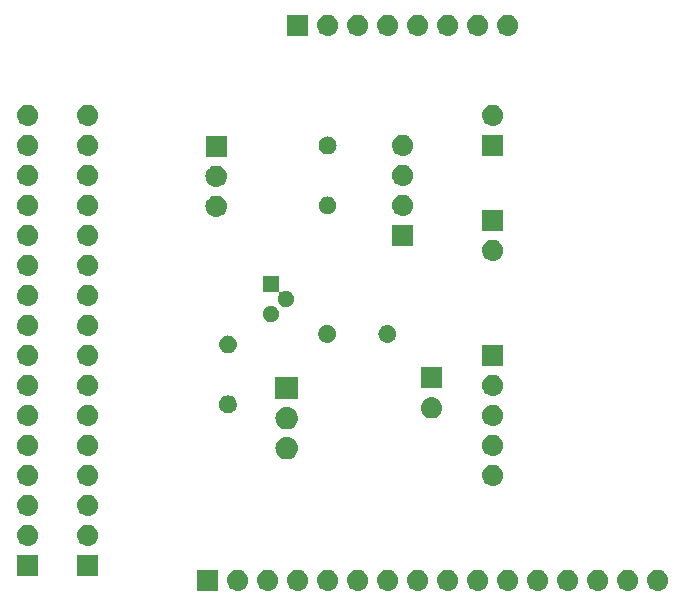
<source format=gbr>
G04 #@! TF.GenerationSoftware,KiCad,Pcbnew,5.0.0-fee4fd1~65~ubuntu17.10.1*
G04 #@! TF.CreationDate,2019-07-02T16:19:39-04:00*
G04 #@! TF.ProjectId,knuth-gateway,6B6E7574682D676174657761792E6B69,rev?*
G04 #@! TF.SameCoordinates,Original*
G04 #@! TF.FileFunction,Soldermask,Top*
G04 #@! TF.FilePolarity,Negative*
%FSLAX46Y46*%
G04 Gerber Fmt 4.6, Leading zero omitted, Abs format (unit mm)*
G04 Created by KiCad (PCBNEW 5.0.0-fee4fd1~65~ubuntu17.10.1) date Tue Jul  2 16:19:39 2019*
%MOMM*%
%LPD*%
G01*
G04 APERTURE LIST*
%ADD10C,0.100000*%
G04 APERTURE END LIST*
D10*
G36*
X268080442Y-107055518D02*
X268146627Y-107062037D01*
X268259853Y-107096384D01*
X268316467Y-107113557D01*
X268455087Y-107187652D01*
X268472991Y-107197222D01*
X268508729Y-107226552D01*
X268610186Y-107309814D01*
X268693448Y-107411271D01*
X268722778Y-107447009D01*
X268722779Y-107447011D01*
X268806443Y-107603533D01*
X268806443Y-107603534D01*
X268857963Y-107773373D01*
X268875359Y-107950000D01*
X268857963Y-108126627D01*
X268823616Y-108239853D01*
X268806443Y-108296467D01*
X268732348Y-108435087D01*
X268722778Y-108452991D01*
X268693448Y-108488729D01*
X268610186Y-108590186D01*
X268508729Y-108673448D01*
X268472991Y-108702778D01*
X268472989Y-108702779D01*
X268316467Y-108786443D01*
X268259853Y-108803616D01*
X268146627Y-108837963D01*
X268080442Y-108844482D01*
X268014260Y-108851000D01*
X267925740Y-108851000D01*
X267859558Y-108844482D01*
X267793373Y-108837963D01*
X267680147Y-108803616D01*
X267623533Y-108786443D01*
X267467011Y-108702779D01*
X267467009Y-108702778D01*
X267431271Y-108673448D01*
X267329814Y-108590186D01*
X267246552Y-108488729D01*
X267217222Y-108452991D01*
X267207652Y-108435087D01*
X267133557Y-108296467D01*
X267116384Y-108239853D01*
X267082037Y-108126627D01*
X267064641Y-107950000D01*
X267082037Y-107773373D01*
X267133557Y-107603534D01*
X267133557Y-107603533D01*
X267217221Y-107447011D01*
X267217222Y-107447009D01*
X267246552Y-107411271D01*
X267329814Y-107309814D01*
X267431271Y-107226552D01*
X267467009Y-107197222D01*
X267484913Y-107187652D01*
X267623533Y-107113557D01*
X267680147Y-107096384D01*
X267793373Y-107062037D01*
X267859558Y-107055518D01*
X267925740Y-107049000D01*
X268014260Y-107049000D01*
X268080442Y-107055518D01*
X268080442Y-107055518D01*
G37*
G36*
X250300442Y-107055518D02*
X250366627Y-107062037D01*
X250479853Y-107096384D01*
X250536467Y-107113557D01*
X250675087Y-107187652D01*
X250692991Y-107197222D01*
X250728729Y-107226552D01*
X250830186Y-107309814D01*
X250913448Y-107411271D01*
X250942778Y-107447009D01*
X250942779Y-107447011D01*
X251026443Y-107603533D01*
X251026443Y-107603534D01*
X251077963Y-107773373D01*
X251095359Y-107950000D01*
X251077963Y-108126627D01*
X251043616Y-108239853D01*
X251026443Y-108296467D01*
X250952348Y-108435087D01*
X250942778Y-108452991D01*
X250913448Y-108488729D01*
X250830186Y-108590186D01*
X250728729Y-108673448D01*
X250692991Y-108702778D01*
X250692989Y-108702779D01*
X250536467Y-108786443D01*
X250479853Y-108803616D01*
X250366627Y-108837963D01*
X250300442Y-108844482D01*
X250234260Y-108851000D01*
X250145740Y-108851000D01*
X250079558Y-108844482D01*
X250013373Y-108837963D01*
X249900147Y-108803616D01*
X249843533Y-108786443D01*
X249687011Y-108702779D01*
X249687009Y-108702778D01*
X249651271Y-108673448D01*
X249549814Y-108590186D01*
X249466552Y-108488729D01*
X249437222Y-108452991D01*
X249427652Y-108435087D01*
X249353557Y-108296467D01*
X249336384Y-108239853D01*
X249302037Y-108126627D01*
X249284641Y-107950000D01*
X249302037Y-107773373D01*
X249353557Y-107603534D01*
X249353557Y-107603533D01*
X249437221Y-107447011D01*
X249437222Y-107447009D01*
X249466552Y-107411271D01*
X249549814Y-107309814D01*
X249651271Y-107226552D01*
X249687009Y-107197222D01*
X249704913Y-107187652D01*
X249843533Y-107113557D01*
X249900147Y-107096384D01*
X250013373Y-107062037D01*
X250079558Y-107055518D01*
X250145740Y-107049000D01*
X250234260Y-107049000D01*
X250300442Y-107055518D01*
X250300442Y-107055518D01*
G37*
G36*
X230771000Y-108851000D02*
X228969000Y-108851000D01*
X228969000Y-107049000D01*
X230771000Y-107049000D01*
X230771000Y-108851000D01*
X230771000Y-108851000D01*
G37*
G36*
X232520442Y-107055518D02*
X232586627Y-107062037D01*
X232699853Y-107096384D01*
X232756467Y-107113557D01*
X232895087Y-107187652D01*
X232912991Y-107197222D01*
X232948729Y-107226552D01*
X233050186Y-107309814D01*
X233133448Y-107411271D01*
X233162778Y-107447009D01*
X233162779Y-107447011D01*
X233246443Y-107603533D01*
X233246443Y-107603534D01*
X233297963Y-107773373D01*
X233315359Y-107950000D01*
X233297963Y-108126627D01*
X233263616Y-108239853D01*
X233246443Y-108296467D01*
X233172348Y-108435087D01*
X233162778Y-108452991D01*
X233133448Y-108488729D01*
X233050186Y-108590186D01*
X232948729Y-108673448D01*
X232912991Y-108702778D01*
X232912989Y-108702779D01*
X232756467Y-108786443D01*
X232699853Y-108803616D01*
X232586627Y-108837963D01*
X232520442Y-108844482D01*
X232454260Y-108851000D01*
X232365740Y-108851000D01*
X232299558Y-108844482D01*
X232233373Y-108837963D01*
X232120147Y-108803616D01*
X232063533Y-108786443D01*
X231907011Y-108702779D01*
X231907009Y-108702778D01*
X231871271Y-108673448D01*
X231769814Y-108590186D01*
X231686552Y-108488729D01*
X231657222Y-108452991D01*
X231647652Y-108435087D01*
X231573557Y-108296467D01*
X231556384Y-108239853D01*
X231522037Y-108126627D01*
X231504641Y-107950000D01*
X231522037Y-107773373D01*
X231573557Y-107603534D01*
X231573557Y-107603533D01*
X231657221Y-107447011D01*
X231657222Y-107447009D01*
X231686552Y-107411271D01*
X231769814Y-107309814D01*
X231871271Y-107226552D01*
X231907009Y-107197222D01*
X231924913Y-107187652D01*
X232063533Y-107113557D01*
X232120147Y-107096384D01*
X232233373Y-107062037D01*
X232299558Y-107055518D01*
X232365740Y-107049000D01*
X232454260Y-107049000D01*
X232520442Y-107055518D01*
X232520442Y-107055518D01*
G37*
G36*
X235060442Y-107055518D02*
X235126627Y-107062037D01*
X235239853Y-107096384D01*
X235296467Y-107113557D01*
X235435087Y-107187652D01*
X235452991Y-107197222D01*
X235488729Y-107226552D01*
X235590186Y-107309814D01*
X235673448Y-107411271D01*
X235702778Y-107447009D01*
X235702779Y-107447011D01*
X235786443Y-107603533D01*
X235786443Y-107603534D01*
X235837963Y-107773373D01*
X235855359Y-107950000D01*
X235837963Y-108126627D01*
X235803616Y-108239853D01*
X235786443Y-108296467D01*
X235712348Y-108435087D01*
X235702778Y-108452991D01*
X235673448Y-108488729D01*
X235590186Y-108590186D01*
X235488729Y-108673448D01*
X235452991Y-108702778D01*
X235452989Y-108702779D01*
X235296467Y-108786443D01*
X235239853Y-108803616D01*
X235126627Y-108837963D01*
X235060442Y-108844482D01*
X234994260Y-108851000D01*
X234905740Y-108851000D01*
X234839558Y-108844482D01*
X234773373Y-108837963D01*
X234660147Y-108803616D01*
X234603533Y-108786443D01*
X234447011Y-108702779D01*
X234447009Y-108702778D01*
X234411271Y-108673448D01*
X234309814Y-108590186D01*
X234226552Y-108488729D01*
X234197222Y-108452991D01*
X234187652Y-108435087D01*
X234113557Y-108296467D01*
X234096384Y-108239853D01*
X234062037Y-108126627D01*
X234044641Y-107950000D01*
X234062037Y-107773373D01*
X234113557Y-107603534D01*
X234113557Y-107603533D01*
X234197221Y-107447011D01*
X234197222Y-107447009D01*
X234226552Y-107411271D01*
X234309814Y-107309814D01*
X234411271Y-107226552D01*
X234447009Y-107197222D01*
X234464913Y-107187652D01*
X234603533Y-107113557D01*
X234660147Y-107096384D01*
X234773373Y-107062037D01*
X234839558Y-107055518D01*
X234905740Y-107049000D01*
X234994260Y-107049000D01*
X235060442Y-107055518D01*
X235060442Y-107055518D01*
G37*
G36*
X237600442Y-107055518D02*
X237666627Y-107062037D01*
X237779853Y-107096384D01*
X237836467Y-107113557D01*
X237975087Y-107187652D01*
X237992991Y-107197222D01*
X238028729Y-107226552D01*
X238130186Y-107309814D01*
X238213448Y-107411271D01*
X238242778Y-107447009D01*
X238242779Y-107447011D01*
X238326443Y-107603533D01*
X238326443Y-107603534D01*
X238377963Y-107773373D01*
X238395359Y-107950000D01*
X238377963Y-108126627D01*
X238343616Y-108239853D01*
X238326443Y-108296467D01*
X238252348Y-108435087D01*
X238242778Y-108452991D01*
X238213448Y-108488729D01*
X238130186Y-108590186D01*
X238028729Y-108673448D01*
X237992991Y-108702778D01*
X237992989Y-108702779D01*
X237836467Y-108786443D01*
X237779853Y-108803616D01*
X237666627Y-108837963D01*
X237600442Y-108844482D01*
X237534260Y-108851000D01*
X237445740Y-108851000D01*
X237379558Y-108844482D01*
X237313373Y-108837963D01*
X237200147Y-108803616D01*
X237143533Y-108786443D01*
X236987011Y-108702779D01*
X236987009Y-108702778D01*
X236951271Y-108673448D01*
X236849814Y-108590186D01*
X236766552Y-108488729D01*
X236737222Y-108452991D01*
X236727652Y-108435087D01*
X236653557Y-108296467D01*
X236636384Y-108239853D01*
X236602037Y-108126627D01*
X236584641Y-107950000D01*
X236602037Y-107773373D01*
X236653557Y-107603534D01*
X236653557Y-107603533D01*
X236737221Y-107447011D01*
X236737222Y-107447009D01*
X236766552Y-107411271D01*
X236849814Y-107309814D01*
X236951271Y-107226552D01*
X236987009Y-107197222D01*
X237004913Y-107187652D01*
X237143533Y-107113557D01*
X237200147Y-107096384D01*
X237313373Y-107062037D01*
X237379558Y-107055518D01*
X237445740Y-107049000D01*
X237534260Y-107049000D01*
X237600442Y-107055518D01*
X237600442Y-107055518D01*
G37*
G36*
X240140442Y-107055518D02*
X240206627Y-107062037D01*
X240319853Y-107096384D01*
X240376467Y-107113557D01*
X240515087Y-107187652D01*
X240532991Y-107197222D01*
X240568729Y-107226552D01*
X240670186Y-107309814D01*
X240753448Y-107411271D01*
X240782778Y-107447009D01*
X240782779Y-107447011D01*
X240866443Y-107603533D01*
X240866443Y-107603534D01*
X240917963Y-107773373D01*
X240935359Y-107950000D01*
X240917963Y-108126627D01*
X240883616Y-108239853D01*
X240866443Y-108296467D01*
X240792348Y-108435087D01*
X240782778Y-108452991D01*
X240753448Y-108488729D01*
X240670186Y-108590186D01*
X240568729Y-108673448D01*
X240532991Y-108702778D01*
X240532989Y-108702779D01*
X240376467Y-108786443D01*
X240319853Y-108803616D01*
X240206627Y-108837963D01*
X240140442Y-108844482D01*
X240074260Y-108851000D01*
X239985740Y-108851000D01*
X239919558Y-108844482D01*
X239853373Y-108837963D01*
X239740147Y-108803616D01*
X239683533Y-108786443D01*
X239527011Y-108702779D01*
X239527009Y-108702778D01*
X239491271Y-108673448D01*
X239389814Y-108590186D01*
X239306552Y-108488729D01*
X239277222Y-108452991D01*
X239267652Y-108435087D01*
X239193557Y-108296467D01*
X239176384Y-108239853D01*
X239142037Y-108126627D01*
X239124641Y-107950000D01*
X239142037Y-107773373D01*
X239193557Y-107603534D01*
X239193557Y-107603533D01*
X239277221Y-107447011D01*
X239277222Y-107447009D01*
X239306552Y-107411271D01*
X239389814Y-107309814D01*
X239491271Y-107226552D01*
X239527009Y-107197222D01*
X239544913Y-107187652D01*
X239683533Y-107113557D01*
X239740147Y-107096384D01*
X239853373Y-107062037D01*
X239919558Y-107055518D01*
X239985740Y-107049000D01*
X240074260Y-107049000D01*
X240140442Y-107055518D01*
X240140442Y-107055518D01*
G37*
G36*
X242680442Y-107055518D02*
X242746627Y-107062037D01*
X242859853Y-107096384D01*
X242916467Y-107113557D01*
X243055087Y-107187652D01*
X243072991Y-107197222D01*
X243108729Y-107226552D01*
X243210186Y-107309814D01*
X243293448Y-107411271D01*
X243322778Y-107447009D01*
X243322779Y-107447011D01*
X243406443Y-107603533D01*
X243406443Y-107603534D01*
X243457963Y-107773373D01*
X243475359Y-107950000D01*
X243457963Y-108126627D01*
X243423616Y-108239853D01*
X243406443Y-108296467D01*
X243332348Y-108435087D01*
X243322778Y-108452991D01*
X243293448Y-108488729D01*
X243210186Y-108590186D01*
X243108729Y-108673448D01*
X243072991Y-108702778D01*
X243072989Y-108702779D01*
X242916467Y-108786443D01*
X242859853Y-108803616D01*
X242746627Y-108837963D01*
X242680442Y-108844482D01*
X242614260Y-108851000D01*
X242525740Y-108851000D01*
X242459558Y-108844482D01*
X242393373Y-108837963D01*
X242280147Y-108803616D01*
X242223533Y-108786443D01*
X242067011Y-108702779D01*
X242067009Y-108702778D01*
X242031271Y-108673448D01*
X241929814Y-108590186D01*
X241846552Y-108488729D01*
X241817222Y-108452991D01*
X241807652Y-108435087D01*
X241733557Y-108296467D01*
X241716384Y-108239853D01*
X241682037Y-108126627D01*
X241664641Y-107950000D01*
X241682037Y-107773373D01*
X241733557Y-107603534D01*
X241733557Y-107603533D01*
X241817221Y-107447011D01*
X241817222Y-107447009D01*
X241846552Y-107411271D01*
X241929814Y-107309814D01*
X242031271Y-107226552D01*
X242067009Y-107197222D01*
X242084913Y-107187652D01*
X242223533Y-107113557D01*
X242280147Y-107096384D01*
X242393373Y-107062037D01*
X242459558Y-107055518D01*
X242525740Y-107049000D01*
X242614260Y-107049000D01*
X242680442Y-107055518D01*
X242680442Y-107055518D01*
G37*
G36*
X245220442Y-107055518D02*
X245286627Y-107062037D01*
X245399853Y-107096384D01*
X245456467Y-107113557D01*
X245595087Y-107187652D01*
X245612991Y-107197222D01*
X245648729Y-107226552D01*
X245750186Y-107309814D01*
X245833448Y-107411271D01*
X245862778Y-107447009D01*
X245862779Y-107447011D01*
X245946443Y-107603533D01*
X245946443Y-107603534D01*
X245997963Y-107773373D01*
X246015359Y-107950000D01*
X245997963Y-108126627D01*
X245963616Y-108239853D01*
X245946443Y-108296467D01*
X245872348Y-108435087D01*
X245862778Y-108452991D01*
X245833448Y-108488729D01*
X245750186Y-108590186D01*
X245648729Y-108673448D01*
X245612991Y-108702778D01*
X245612989Y-108702779D01*
X245456467Y-108786443D01*
X245399853Y-108803616D01*
X245286627Y-108837963D01*
X245220442Y-108844482D01*
X245154260Y-108851000D01*
X245065740Y-108851000D01*
X244999558Y-108844482D01*
X244933373Y-108837963D01*
X244820147Y-108803616D01*
X244763533Y-108786443D01*
X244607011Y-108702779D01*
X244607009Y-108702778D01*
X244571271Y-108673448D01*
X244469814Y-108590186D01*
X244386552Y-108488729D01*
X244357222Y-108452991D01*
X244347652Y-108435087D01*
X244273557Y-108296467D01*
X244256384Y-108239853D01*
X244222037Y-108126627D01*
X244204641Y-107950000D01*
X244222037Y-107773373D01*
X244273557Y-107603534D01*
X244273557Y-107603533D01*
X244357221Y-107447011D01*
X244357222Y-107447009D01*
X244386552Y-107411271D01*
X244469814Y-107309814D01*
X244571271Y-107226552D01*
X244607009Y-107197222D01*
X244624913Y-107187652D01*
X244763533Y-107113557D01*
X244820147Y-107096384D01*
X244933373Y-107062037D01*
X244999558Y-107055518D01*
X245065740Y-107049000D01*
X245154260Y-107049000D01*
X245220442Y-107055518D01*
X245220442Y-107055518D01*
G37*
G36*
X252840442Y-107055518D02*
X252906627Y-107062037D01*
X253019853Y-107096384D01*
X253076467Y-107113557D01*
X253215087Y-107187652D01*
X253232991Y-107197222D01*
X253268729Y-107226552D01*
X253370186Y-107309814D01*
X253453448Y-107411271D01*
X253482778Y-107447009D01*
X253482779Y-107447011D01*
X253566443Y-107603533D01*
X253566443Y-107603534D01*
X253617963Y-107773373D01*
X253635359Y-107950000D01*
X253617963Y-108126627D01*
X253583616Y-108239853D01*
X253566443Y-108296467D01*
X253492348Y-108435087D01*
X253482778Y-108452991D01*
X253453448Y-108488729D01*
X253370186Y-108590186D01*
X253268729Y-108673448D01*
X253232991Y-108702778D01*
X253232989Y-108702779D01*
X253076467Y-108786443D01*
X253019853Y-108803616D01*
X252906627Y-108837963D01*
X252840442Y-108844482D01*
X252774260Y-108851000D01*
X252685740Y-108851000D01*
X252619558Y-108844482D01*
X252553373Y-108837963D01*
X252440147Y-108803616D01*
X252383533Y-108786443D01*
X252227011Y-108702779D01*
X252227009Y-108702778D01*
X252191271Y-108673448D01*
X252089814Y-108590186D01*
X252006552Y-108488729D01*
X251977222Y-108452991D01*
X251967652Y-108435087D01*
X251893557Y-108296467D01*
X251876384Y-108239853D01*
X251842037Y-108126627D01*
X251824641Y-107950000D01*
X251842037Y-107773373D01*
X251893557Y-107603534D01*
X251893557Y-107603533D01*
X251977221Y-107447011D01*
X251977222Y-107447009D01*
X252006552Y-107411271D01*
X252089814Y-107309814D01*
X252191271Y-107226552D01*
X252227009Y-107197222D01*
X252244913Y-107187652D01*
X252383533Y-107113557D01*
X252440147Y-107096384D01*
X252553373Y-107062037D01*
X252619558Y-107055518D01*
X252685740Y-107049000D01*
X252774260Y-107049000D01*
X252840442Y-107055518D01*
X252840442Y-107055518D01*
G37*
G36*
X255380442Y-107055518D02*
X255446627Y-107062037D01*
X255559853Y-107096384D01*
X255616467Y-107113557D01*
X255755087Y-107187652D01*
X255772991Y-107197222D01*
X255808729Y-107226552D01*
X255910186Y-107309814D01*
X255993448Y-107411271D01*
X256022778Y-107447009D01*
X256022779Y-107447011D01*
X256106443Y-107603533D01*
X256106443Y-107603534D01*
X256157963Y-107773373D01*
X256175359Y-107950000D01*
X256157963Y-108126627D01*
X256123616Y-108239853D01*
X256106443Y-108296467D01*
X256032348Y-108435087D01*
X256022778Y-108452991D01*
X255993448Y-108488729D01*
X255910186Y-108590186D01*
X255808729Y-108673448D01*
X255772991Y-108702778D01*
X255772989Y-108702779D01*
X255616467Y-108786443D01*
X255559853Y-108803616D01*
X255446627Y-108837963D01*
X255380442Y-108844482D01*
X255314260Y-108851000D01*
X255225740Y-108851000D01*
X255159558Y-108844482D01*
X255093373Y-108837963D01*
X254980147Y-108803616D01*
X254923533Y-108786443D01*
X254767011Y-108702779D01*
X254767009Y-108702778D01*
X254731271Y-108673448D01*
X254629814Y-108590186D01*
X254546552Y-108488729D01*
X254517222Y-108452991D01*
X254507652Y-108435087D01*
X254433557Y-108296467D01*
X254416384Y-108239853D01*
X254382037Y-108126627D01*
X254364641Y-107950000D01*
X254382037Y-107773373D01*
X254433557Y-107603534D01*
X254433557Y-107603533D01*
X254517221Y-107447011D01*
X254517222Y-107447009D01*
X254546552Y-107411271D01*
X254629814Y-107309814D01*
X254731271Y-107226552D01*
X254767009Y-107197222D01*
X254784913Y-107187652D01*
X254923533Y-107113557D01*
X254980147Y-107096384D01*
X255093373Y-107062037D01*
X255159558Y-107055518D01*
X255225740Y-107049000D01*
X255314260Y-107049000D01*
X255380442Y-107055518D01*
X255380442Y-107055518D01*
G37*
G36*
X257920442Y-107055518D02*
X257986627Y-107062037D01*
X258099853Y-107096384D01*
X258156467Y-107113557D01*
X258295087Y-107187652D01*
X258312991Y-107197222D01*
X258348729Y-107226552D01*
X258450186Y-107309814D01*
X258533448Y-107411271D01*
X258562778Y-107447009D01*
X258562779Y-107447011D01*
X258646443Y-107603533D01*
X258646443Y-107603534D01*
X258697963Y-107773373D01*
X258715359Y-107950000D01*
X258697963Y-108126627D01*
X258663616Y-108239853D01*
X258646443Y-108296467D01*
X258572348Y-108435087D01*
X258562778Y-108452991D01*
X258533448Y-108488729D01*
X258450186Y-108590186D01*
X258348729Y-108673448D01*
X258312991Y-108702778D01*
X258312989Y-108702779D01*
X258156467Y-108786443D01*
X258099853Y-108803616D01*
X257986627Y-108837963D01*
X257920442Y-108844482D01*
X257854260Y-108851000D01*
X257765740Y-108851000D01*
X257699558Y-108844482D01*
X257633373Y-108837963D01*
X257520147Y-108803616D01*
X257463533Y-108786443D01*
X257307011Y-108702779D01*
X257307009Y-108702778D01*
X257271271Y-108673448D01*
X257169814Y-108590186D01*
X257086552Y-108488729D01*
X257057222Y-108452991D01*
X257047652Y-108435087D01*
X256973557Y-108296467D01*
X256956384Y-108239853D01*
X256922037Y-108126627D01*
X256904641Y-107950000D01*
X256922037Y-107773373D01*
X256973557Y-107603534D01*
X256973557Y-107603533D01*
X257057221Y-107447011D01*
X257057222Y-107447009D01*
X257086552Y-107411271D01*
X257169814Y-107309814D01*
X257271271Y-107226552D01*
X257307009Y-107197222D01*
X257324913Y-107187652D01*
X257463533Y-107113557D01*
X257520147Y-107096384D01*
X257633373Y-107062037D01*
X257699558Y-107055518D01*
X257765740Y-107049000D01*
X257854260Y-107049000D01*
X257920442Y-107055518D01*
X257920442Y-107055518D01*
G37*
G36*
X260460442Y-107055518D02*
X260526627Y-107062037D01*
X260639853Y-107096384D01*
X260696467Y-107113557D01*
X260835087Y-107187652D01*
X260852991Y-107197222D01*
X260888729Y-107226552D01*
X260990186Y-107309814D01*
X261073448Y-107411271D01*
X261102778Y-107447009D01*
X261102779Y-107447011D01*
X261186443Y-107603533D01*
X261186443Y-107603534D01*
X261237963Y-107773373D01*
X261255359Y-107950000D01*
X261237963Y-108126627D01*
X261203616Y-108239853D01*
X261186443Y-108296467D01*
X261112348Y-108435087D01*
X261102778Y-108452991D01*
X261073448Y-108488729D01*
X260990186Y-108590186D01*
X260888729Y-108673448D01*
X260852991Y-108702778D01*
X260852989Y-108702779D01*
X260696467Y-108786443D01*
X260639853Y-108803616D01*
X260526627Y-108837963D01*
X260460442Y-108844482D01*
X260394260Y-108851000D01*
X260305740Y-108851000D01*
X260239558Y-108844482D01*
X260173373Y-108837963D01*
X260060147Y-108803616D01*
X260003533Y-108786443D01*
X259847011Y-108702779D01*
X259847009Y-108702778D01*
X259811271Y-108673448D01*
X259709814Y-108590186D01*
X259626552Y-108488729D01*
X259597222Y-108452991D01*
X259587652Y-108435087D01*
X259513557Y-108296467D01*
X259496384Y-108239853D01*
X259462037Y-108126627D01*
X259444641Y-107950000D01*
X259462037Y-107773373D01*
X259513557Y-107603534D01*
X259513557Y-107603533D01*
X259597221Y-107447011D01*
X259597222Y-107447009D01*
X259626552Y-107411271D01*
X259709814Y-107309814D01*
X259811271Y-107226552D01*
X259847009Y-107197222D01*
X259864913Y-107187652D01*
X260003533Y-107113557D01*
X260060147Y-107096384D01*
X260173373Y-107062037D01*
X260239558Y-107055518D01*
X260305740Y-107049000D01*
X260394260Y-107049000D01*
X260460442Y-107055518D01*
X260460442Y-107055518D01*
G37*
G36*
X263000442Y-107055518D02*
X263066627Y-107062037D01*
X263179853Y-107096384D01*
X263236467Y-107113557D01*
X263375087Y-107187652D01*
X263392991Y-107197222D01*
X263428729Y-107226552D01*
X263530186Y-107309814D01*
X263613448Y-107411271D01*
X263642778Y-107447009D01*
X263642779Y-107447011D01*
X263726443Y-107603533D01*
X263726443Y-107603534D01*
X263777963Y-107773373D01*
X263795359Y-107950000D01*
X263777963Y-108126627D01*
X263743616Y-108239853D01*
X263726443Y-108296467D01*
X263652348Y-108435087D01*
X263642778Y-108452991D01*
X263613448Y-108488729D01*
X263530186Y-108590186D01*
X263428729Y-108673448D01*
X263392991Y-108702778D01*
X263392989Y-108702779D01*
X263236467Y-108786443D01*
X263179853Y-108803616D01*
X263066627Y-108837963D01*
X263000442Y-108844482D01*
X262934260Y-108851000D01*
X262845740Y-108851000D01*
X262779558Y-108844482D01*
X262713373Y-108837963D01*
X262600147Y-108803616D01*
X262543533Y-108786443D01*
X262387011Y-108702779D01*
X262387009Y-108702778D01*
X262351271Y-108673448D01*
X262249814Y-108590186D01*
X262166552Y-108488729D01*
X262137222Y-108452991D01*
X262127652Y-108435087D01*
X262053557Y-108296467D01*
X262036384Y-108239853D01*
X262002037Y-108126627D01*
X261984641Y-107950000D01*
X262002037Y-107773373D01*
X262053557Y-107603534D01*
X262053557Y-107603533D01*
X262137221Y-107447011D01*
X262137222Y-107447009D01*
X262166552Y-107411271D01*
X262249814Y-107309814D01*
X262351271Y-107226552D01*
X262387009Y-107197222D01*
X262404913Y-107187652D01*
X262543533Y-107113557D01*
X262600147Y-107096384D01*
X262713373Y-107062037D01*
X262779558Y-107055518D01*
X262845740Y-107049000D01*
X262934260Y-107049000D01*
X263000442Y-107055518D01*
X263000442Y-107055518D01*
G37*
G36*
X265540442Y-107055518D02*
X265606627Y-107062037D01*
X265719853Y-107096384D01*
X265776467Y-107113557D01*
X265915087Y-107187652D01*
X265932991Y-107197222D01*
X265968729Y-107226552D01*
X266070186Y-107309814D01*
X266153448Y-107411271D01*
X266182778Y-107447009D01*
X266182779Y-107447011D01*
X266266443Y-107603533D01*
X266266443Y-107603534D01*
X266317963Y-107773373D01*
X266335359Y-107950000D01*
X266317963Y-108126627D01*
X266283616Y-108239853D01*
X266266443Y-108296467D01*
X266192348Y-108435087D01*
X266182778Y-108452991D01*
X266153448Y-108488729D01*
X266070186Y-108590186D01*
X265968729Y-108673448D01*
X265932991Y-108702778D01*
X265932989Y-108702779D01*
X265776467Y-108786443D01*
X265719853Y-108803616D01*
X265606627Y-108837963D01*
X265540442Y-108844482D01*
X265474260Y-108851000D01*
X265385740Y-108851000D01*
X265319558Y-108844482D01*
X265253373Y-108837963D01*
X265140147Y-108803616D01*
X265083533Y-108786443D01*
X264927011Y-108702779D01*
X264927009Y-108702778D01*
X264891271Y-108673448D01*
X264789814Y-108590186D01*
X264706552Y-108488729D01*
X264677222Y-108452991D01*
X264667652Y-108435087D01*
X264593557Y-108296467D01*
X264576384Y-108239853D01*
X264542037Y-108126627D01*
X264524641Y-107950000D01*
X264542037Y-107773373D01*
X264593557Y-107603534D01*
X264593557Y-107603533D01*
X264677221Y-107447011D01*
X264677222Y-107447009D01*
X264706552Y-107411271D01*
X264789814Y-107309814D01*
X264891271Y-107226552D01*
X264927009Y-107197222D01*
X264944913Y-107187652D01*
X265083533Y-107113557D01*
X265140147Y-107096384D01*
X265253373Y-107062037D01*
X265319558Y-107055518D01*
X265385740Y-107049000D01*
X265474260Y-107049000D01*
X265540442Y-107055518D01*
X265540442Y-107055518D01*
G37*
G36*
X247760442Y-107055518D02*
X247826627Y-107062037D01*
X247939853Y-107096384D01*
X247996467Y-107113557D01*
X248135087Y-107187652D01*
X248152991Y-107197222D01*
X248188729Y-107226552D01*
X248290186Y-107309814D01*
X248373448Y-107411271D01*
X248402778Y-107447009D01*
X248402779Y-107447011D01*
X248486443Y-107603533D01*
X248486443Y-107603534D01*
X248537963Y-107773373D01*
X248555359Y-107950000D01*
X248537963Y-108126627D01*
X248503616Y-108239853D01*
X248486443Y-108296467D01*
X248412348Y-108435087D01*
X248402778Y-108452991D01*
X248373448Y-108488729D01*
X248290186Y-108590186D01*
X248188729Y-108673448D01*
X248152991Y-108702778D01*
X248152989Y-108702779D01*
X247996467Y-108786443D01*
X247939853Y-108803616D01*
X247826627Y-108837963D01*
X247760442Y-108844482D01*
X247694260Y-108851000D01*
X247605740Y-108851000D01*
X247539558Y-108844482D01*
X247473373Y-108837963D01*
X247360147Y-108803616D01*
X247303533Y-108786443D01*
X247147011Y-108702779D01*
X247147009Y-108702778D01*
X247111271Y-108673448D01*
X247009814Y-108590186D01*
X246926552Y-108488729D01*
X246897222Y-108452991D01*
X246887652Y-108435087D01*
X246813557Y-108296467D01*
X246796384Y-108239853D01*
X246762037Y-108126627D01*
X246744641Y-107950000D01*
X246762037Y-107773373D01*
X246813557Y-107603534D01*
X246813557Y-107603533D01*
X246897221Y-107447011D01*
X246897222Y-107447009D01*
X246926552Y-107411271D01*
X247009814Y-107309814D01*
X247111271Y-107226552D01*
X247147009Y-107197222D01*
X247164913Y-107187652D01*
X247303533Y-107113557D01*
X247360147Y-107096384D01*
X247473373Y-107062037D01*
X247539558Y-107055518D01*
X247605740Y-107049000D01*
X247694260Y-107049000D01*
X247760442Y-107055518D01*
X247760442Y-107055518D01*
G37*
G36*
X220611000Y-107581000D02*
X218809000Y-107581000D01*
X218809000Y-105779000D01*
X220611000Y-105779000D01*
X220611000Y-107581000D01*
X220611000Y-107581000D01*
G37*
G36*
X215531000Y-107581000D02*
X213729000Y-107581000D01*
X213729000Y-105779000D01*
X215531000Y-105779000D01*
X215531000Y-107581000D01*
X215531000Y-107581000D01*
G37*
G36*
X219820443Y-103245519D02*
X219886627Y-103252037D01*
X219999853Y-103286384D01*
X220056467Y-103303557D01*
X220195087Y-103377652D01*
X220212991Y-103387222D01*
X220248729Y-103416552D01*
X220350186Y-103499814D01*
X220433448Y-103601271D01*
X220462778Y-103637009D01*
X220462779Y-103637011D01*
X220546443Y-103793533D01*
X220546443Y-103793534D01*
X220597963Y-103963373D01*
X220615359Y-104140000D01*
X220597963Y-104316627D01*
X220563616Y-104429853D01*
X220546443Y-104486467D01*
X220472348Y-104625087D01*
X220462778Y-104642991D01*
X220433448Y-104678729D01*
X220350186Y-104780186D01*
X220248729Y-104863448D01*
X220212991Y-104892778D01*
X220212989Y-104892779D01*
X220056467Y-104976443D01*
X219999853Y-104993616D01*
X219886627Y-105027963D01*
X219820442Y-105034482D01*
X219754260Y-105041000D01*
X219665740Y-105041000D01*
X219599557Y-105034481D01*
X219533373Y-105027963D01*
X219420147Y-104993616D01*
X219363533Y-104976443D01*
X219207011Y-104892779D01*
X219207009Y-104892778D01*
X219171271Y-104863448D01*
X219069814Y-104780186D01*
X218986552Y-104678729D01*
X218957222Y-104642991D01*
X218947652Y-104625087D01*
X218873557Y-104486467D01*
X218856384Y-104429853D01*
X218822037Y-104316627D01*
X218804641Y-104140000D01*
X218822037Y-103963373D01*
X218873557Y-103793534D01*
X218873557Y-103793533D01*
X218957221Y-103637011D01*
X218957222Y-103637009D01*
X218986552Y-103601271D01*
X219069814Y-103499814D01*
X219171271Y-103416552D01*
X219207009Y-103387222D01*
X219224913Y-103377652D01*
X219363533Y-103303557D01*
X219420147Y-103286384D01*
X219533373Y-103252037D01*
X219599558Y-103245518D01*
X219665740Y-103239000D01*
X219754260Y-103239000D01*
X219820443Y-103245519D01*
X219820443Y-103245519D01*
G37*
G36*
X214740443Y-103245519D02*
X214806627Y-103252037D01*
X214919853Y-103286384D01*
X214976467Y-103303557D01*
X215115087Y-103377652D01*
X215132991Y-103387222D01*
X215168729Y-103416552D01*
X215270186Y-103499814D01*
X215353448Y-103601271D01*
X215382778Y-103637009D01*
X215382779Y-103637011D01*
X215466443Y-103793533D01*
X215466443Y-103793534D01*
X215517963Y-103963373D01*
X215535359Y-104140000D01*
X215517963Y-104316627D01*
X215483616Y-104429853D01*
X215466443Y-104486467D01*
X215392348Y-104625087D01*
X215382778Y-104642991D01*
X215353448Y-104678729D01*
X215270186Y-104780186D01*
X215168729Y-104863448D01*
X215132991Y-104892778D01*
X215132989Y-104892779D01*
X214976467Y-104976443D01*
X214919853Y-104993616D01*
X214806627Y-105027963D01*
X214740442Y-105034482D01*
X214674260Y-105041000D01*
X214585740Y-105041000D01*
X214519557Y-105034481D01*
X214453373Y-105027963D01*
X214340147Y-104993616D01*
X214283533Y-104976443D01*
X214127011Y-104892779D01*
X214127009Y-104892778D01*
X214091271Y-104863448D01*
X213989814Y-104780186D01*
X213906552Y-104678729D01*
X213877222Y-104642991D01*
X213867652Y-104625087D01*
X213793557Y-104486467D01*
X213776384Y-104429853D01*
X213742037Y-104316627D01*
X213724641Y-104140000D01*
X213742037Y-103963373D01*
X213793557Y-103793534D01*
X213793557Y-103793533D01*
X213877221Y-103637011D01*
X213877222Y-103637009D01*
X213906552Y-103601271D01*
X213989814Y-103499814D01*
X214091271Y-103416552D01*
X214127009Y-103387222D01*
X214144913Y-103377652D01*
X214283533Y-103303557D01*
X214340147Y-103286384D01*
X214453373Y-103252037D01*
X214519558Y-103245518D01*
X214585740Y-103239000D01*
X214674260Y-103239000D01*
X214740443Y-103245519D01*
X214740443Y-103245519D01*
G37*
G36*
X214740443Y-100705519D02*
X214806627Y-100712037D01*
X214919853Y-100746384D01*
X214976467Y-100763557D01*
X215115087Y-100837652D01*
X215132991Y-100847222D01*
X215168729Y-100876552D01*
X215270186Y-100959814D01*
X215353448Y-101061271D01*
X215382778Y-101097009D01*
X215382779Y-101097011D01*
X215466443Y-101253533D01*
X215466443Y-101253534D01*
X215517963Y-101423373D01*
X215535359Y-101600000D01*
X215517963Y-101776627D01*
X215483616Y-101889853D01*
X215466443Y-101946467D01*
X215392348Y-102085087D01*
X215382778Y-102102991D01*
X215353448Y-102138729D01*
X215270186Y-102240186D01*
X215168729Y-102323448D01*
X215132991Y-102352778D01*
X215132989Y-102352779D01*
X214976467Y-102436443D01*
X214919853Y-102453616D01*
X214806627Y-102487963D01*
X214740442Y-102494482D01*
X214674260Y-102501000D01*
X214585740Y-102501000D01*
X214519558Y-102494482D01*
X214453373Y-102487963D01*
X214340147Y-102453616D01*
X214283533Y-102436443D01*
X214127011Y-102352779D01*
X214127009Y-102352778D01*
X214091271Y-102323448D01*
X213989814Y-102240186D01*
X213906552Y-102138729D01*
X213877222Y-102102991D01*
X213867652Y-102085087D01*
X213793557Y-101946467D01*
X213776384Y-101889853D01*
X213742037Y-101776627D01*
X213724641Y-101600000D01*
X213742037Y-101423373D01*
X213793557Y-101253534D01*
X213793557Y-101253533D01*
X213877221Y-101097011D01*
X213877222Y-101097009D01*
X213906552Y-101061271D01*
X213989814Y-100959814D01*
X214091271Y-100876552D01*
X214127009Y-100847222D01*
X214144913Y-100837652D01*
X214283533Y-100763557D01*
X214340147Y-100746384D01*
X214453373Y-100712037D01*
X214519557Y-100705519D01*
X214585740Y-100699000D01*
X214674260Y-100699000D01*
X214740443Y-100705519D01*
X214740443Y-100705519D01*
G37*
G36*
X219820443Y-100705519D02*
X219886627Y-100712037D01*
X219999853Y-100746384D01*
X220056467Y-100763557D01*
X220195087Y-100837652D01*
X220212991Y-100847222D01*
X220248729Y-100876552D01*
X220350186Y-100959814D01*
X220433448Y-101061271D01*
X220462778Y-101097009D01*
X220462779Y-101097011D01*
X220546443Y-101253533D01*
X220546443Y-101253534D01*
X220597963Y-101423373D01*
X220615359Y-101600000D01*
X220597963Y-101776627D01*
X220563616Y-101889853D01*
X220546443Y-101946467D01*
X220472348Y-102085087D01*
X220462778Y-102102991D01*
X220433448Y-102138729D01*
X220350186Y-102240186D01*
X220248729Y-102323448D01*
X220212991Y-102352778D01*
X220212989Y-102352779D01*
X220056467Y-102436443D01*
X219999853Y-102453616D01*
X219886627Y-102487963D01*
X219820442Y-102494482D01*
X219754260Y-102501000D01*
X219665740Y-102501000D01*
X219599558Y-102494482D01*
X219533373Y-102487963D01*
X219420147Y-102453616D01*
X219363533Y-102436443D01*
X219207011Y-102352779D01*
X219207009Y-102352778D01*
X219171271Y-102323448D01*
X219069814Y-102240186D01*
X218986552Y-102138729D01*
X218957222Y-102102991D01*
X218947652Y-102085087D01*
X218873557Y-101946467D01*
X218856384Y-101889853D01*
X218822037Y-101776627D01*
X218804641Y-101600000D01*
X218822037Y-101423373D01*
X218873557Y-101253534D01*
X218873557Y-101253533D01*
X218957221Y-101097011D01*
X218957222Y-101097009D01*
X218986552Y-101061271D01*
X219069814Y-100959814D01*
X219171271Y-100876552D01*
X219207009Y-100847222D01*
X219224913Y-100837652D01*
X219363533Y-100763557D01*
X219420147Y-100746384D01*
X219533373Y-100712037D01*
X219599557Y-100705519D01*
X219665740Y-100699000D01*
X219754260Y-100699000D01*
X219820443Y-100705519D01*
X219820443Y-100705519D01*
G37*
G36*
X219820443Y-98165519D02*
X219886627Y-98172037D01*
X219999853Y-98206384D01*
X220056467Y-98223557D01*
X220195087Y-98297652D01*
X220212991Y-98307222D01*
X220248729Y-98336552D01*
X220350186Y-98419814D01*
X220433448Y-98521271D01*
X220462778Y-98557009D01*
X220462779Y-98557011D01*
X220546443Y-98713533D01*
X220546443Y-98713534D01*
X220597963Y-98883373D01*
X220615359Y-99060000D01*
X220597963Y-99236627D01*
X220563616Y-99349853D01*
X220546443Y-99406467D01*
X220472348Y-99545087D01*
X220462778Y-99562991D01*
X220433448Y-99598729D01*
X220350186Y-99700186D01*
X220248729Y-99783448D01*
X220212991Y-99812778D01*
X220212989Y-99812779D01*
X220056467Y-99896443D01*
X219999853Y-99913616D01*
X219886627Y-99947963D01*
X219820443Y-99954481D01*
X219754260Y-99961000D01*
X219665740Y-99961000D01*
X219599557Y-99954481D01*
X219533373Y-99947963D01*
X219420147Y-99913616D01*
X219363533Y-99896443D01*
X219207011Y-99812779D01*
X219207009Y-99812778D01*
X219171271Y-99783448D01*
X219069814Y-99700186D01*
X218986552Y-99598729D01*
X218957222Y-99562991D01*
X218947652Y-99545087D01*
X218873557Y-99406467D01*
X218856384Y-99349853D01*
X218822037Y-99236627D01*
X218804641Y-99060000D01*
X218822037Y-98883373D01*
X218873557Y-98713534D01*
X218873557Y-98713533D01*
X218957221Y-98557011D01*
X218957222Y-98557009D01*
X218986552Y-98521271D01*
X219069814Y-98419814D01*
X219171271Y-98336552D01*
X219207009Y-98307222D01*
X219224913Y-98297652D01*
X219363533Y-98223557D01*
X219420147Y-98206384D01*
X219533373Y-98172037D01*
X219599557Y-98165519D01*
X219665740Y-98159000D01*
X219754260Y-98159000D01*
X219820443Y-98165519D01*
X219820443Y-98165519D01*
G37*
G36*
X254110443Y-98165519D02*
X254176627Y-98172037D01*
X254289853Y-98206384D01*
X254346467Y-98223557D01*
X254485087Y-98297652D01*
X254502991Y-98307222D01*
X254538729Y-98336552D01*
X254640186Y-98419814D01*
X254723448Y-98521271D01*
X254752778Y-98557009D01*
X254752779Y-98557011D01*
X254836443Y-98713533D01*
X254836443Y-98713534D01*
X254887963Y-98883373D01*
X254905359Y-99060000D01*
X254887963Y-99236627D01*
X254853616Y-99349853D01*
X254836443Y-99406467D01*
X254762348Y-99545087D01*
X254752778Y-99562991D01*
X254723448Y-99598729D01*
X254640186Y-99700186D01*
X254538729Y-99783448D01*
X254502991Y-99812778D01*
X254502989Y-99812779D01*
X254346467Y-99896443D01*
X254289853Y-99913616D01*
X254176627Y-99947963D01*
X254110443Y-99954481D01*
X254044260Y-99961000D01*
X253955740Y-99961000D01*
X253889557Y-99954481D01*
X253823373Y-99947963D01*
X253710147Y-99913616D01*
X253653533Y-99896443D01*
X253497011Y-99812779D01*
X253497009Y-99812778D01*
X253461271Y-99783448D01*
X253359814Y-99700186D01*
X253276552Y-99598729D01*
X253247222Y-99562991D01*
X253237652Y-99545087D01*
X253163557Y-99406467D01*
X253146384Y-99349853D01*
X253112037Y-99236627D01*
X253094641Y-99060000D01*
X253112037Y-98883373D01*
X253163557Y-98713534D01*
X253163557Y-98713533D01*
X253247221Y-98557011D01*
X253247222Y-98557009D01*
X253276552Y-98521271D01*
X253359814Y-98419814D01*
X253461271Y-98336552D01*
X253497009Y-98307222D01*
X253514913Y-98297652D01*
X253653533Y-98223557D01*
X253710147Y-98206384D01*
X253823373Y-98172037D01*
X253889557Y-98165519D01*
X253955740Y-98159000D01*
X254044260Y-98159000D01*
X254110443Y-98165519D01*
X254110443Y-98165519D01*
G37*
G36*
X214740443Y-98165519D02*
X214806627Y-98172037D01*
X214919853Y-98206384D01*
X214976467Y-98223557D01*
X215115087Y-98297652D01*
X215132991Y-98307222D01*
X215168729Y-98336552D01*
X215270186Y-98419814D01*
X215353448Y-98521271D01*
X215382778Y-98557009D01*
X215382779Y-98557011D01*
X215466443Y-98713533D01*
X215466443Y-98713534D01*
X215517963Y-98883373D01*
X215535359Y-99060000D01*
X215517963Y-99236627D01*
X215483616Y-99349853D01*
X215466443Y-99406467D01*
X215392348Y-99545087D01*
X215382778Y-99562991D01*
X215353448Y-99598729D01*
X215270186Y-99700186D01*
X215168729Y-99783448D01*
X215132991Y-99812778D01*
X215132989Y-99812779D01*
X214976467Y-99896443D01*
X214919853Y-99913616D01*
X214806627Y-99947963D01*
X214740443Y-99954481D01*
X214674260Y-99961000D01*
X214585740Y-99961000D01*
X214519557Y-99954481D01*
X214453373Y-99947963D01*
X214340147Y-99913616D01*
X214283533Y-99896443D01*
X214127011Y-99812779D01*
X214127009Y-99812778D01*
X214091271Y-99783448D01*
X213989814Y-99700186D01*
X213906552Y-99598729D01*
X213877222Y-99562991D01*
X213867652Y-99545087D01*
X213793557Y-99406467D01*
X213776384Y-99349853D01*
X213742037Y-99236627D01*
X213724641Y-99060000D01*
X213742037Y-98883373D01*
X213793557Y-98713534D01*
X213793557Y-98713533D01*
X213877221Y-98557011D01*
X213877222Y-98557009D01*
X213906552Y-98521271D01*
X213989814Y-98419814D01*
X214091271Y-98336552D01*
X214127009Y-98307222D01*
X214144913Y-98297652D01*
X214283533Y-98223557D01*
X214340147Y-98206384D01*
X214453373Y-98172037D01*
X214519557Y-98165519D01*
X214585740Y-98159000D01*
X214674260Y-98159000D01*
X214740443Y-98165519D01*
X214740443Y-98165519D01*
G37*
G36*
X236746425Y-95822760D02*
X236746428Y-95822761D01*
X236746429Y-95822761D01*
X236925693Y-95877140D01*
X236925695Y-95877141D01*
X237090905Y-95965448D01*
X237235712Y-96084288D01*
X237354552Y-96229095D01*
X237442859Y-96394305D01*
X237497240Y-96573575D01*
X237515601Y-96760000D01*
X237497240Y-96946425D01*
X237442859Y-97125695D01*
X237354552Y-97290905D01*
X237235712Y-97435712D01*
X237090905Y-97554552D01*
X237090903Y-97554553D01*
X236925693Y-97642860D01*
X236746429Y-97697239D01*
X236746428Y-97697239D01*
X236746425Y-97697240D01*
X236606718Y-97711000D01*
X236513282Y-97711000D01*
X236373575Y-97697240D01*
X236373572Y-97697239D01*
X236373571Y-97697239D01*
X236194307Y-97642860D01*
X236029097Y-97554553D01*
X236029095Y-97554552D01*
X235884288Y-97435712D01*
X235765448Y-97290905D01*
X235677141Y-97125695D01*
X235622760Y-96946425D01*
X235604399Y-96760000D01*
X235622760Y-96573575D01*
X235677141Y-96394305D01*
X235765448Y-96229095D01*
X235884288Y-96084288D01*
X236029095Y-95965448D01*
X236194305Y-95877141D01*
X236194307Y-95877140D01*
X236373571Y-95822761D01*
X236373572Y-95822761D01*
X236373575Y-95822760D01*
X236513282Y-95809000D01*
X236606718Y-95809000D01*
X236746425Y-95822760D01*
X236746425Y-95822760D01*
G37*
G36*
X254110442Y-95625518D02*
X254176627Y-95632037D01*
X254289853Y-95666384D01*
X254346467Y-95683557D01*
X254485087Y-95757652D01*
X254502991Y-95767222D01*
X254538729Y-95796552D01*
X254640186Y-95879814D01*
X254710462Y-95965447D01*
X254752778Y-96017009D01*
X254752779Y-96017011D01*
X254836443Y-96173533D01*
X254836443Y-96173534D01*
X254887963Y-96343373D01*
X254905359Y-96520000D01*
X254887963Y-96696627D01*
X254868739Y-96760000D01*
X254836443Y-96866467D01*
X254793704Y-96946425D01*
X254752778Y-97022991D01*
X254723448Y-97058729D01*
X254640186Y-97160186D01*
X254538729Y-97243448D01*
X254502991Y-97272778D01*
X254502989Y-97272779D01*
X254346467Y-97356443D01*
X254289853Y-97373616D01*
X254176627Y-97407963D01*
X254110442Y-97414482D01*
X254044260Y-97421000D01*
X253955740Y-97421000D01*
X253889558Y-97414482D01*
X253823373Y-97407963D01*
X253710147Y-97373616D01*
X253653533Y-97356443D01*
X253497011Y-97272779D01*
X253497009Y-97272778D01*
X253461271Y-97243448D01*
X253359814Y-97160186D01*
X253276552Y-97058729D01*
X253247222Y-97022991D01*
X253206296Y-96946425D01*
X253163557Y-96866467D01*
X253131261Y-96760000D01*
X253112037Y-96696627D01*
X253094641Y-96520000D01*
X253112037Y-96343373D01*
X253163557Y-96173534D01*
X253163557Y-96173533D01*
X253247221Y-96017011D01*
X253247222Y-96017009D01*
X253289538Y-95965447D01*
X253359814Y-95879814D01*
X253461271Y-95796552D01*
X253497009Y-95767222D01*
X253514913Y-95757652D01*
X253653533Y-95683557D01*
X253710147Y-95666384D01*
X253823373Y-95632037D01*
X253889558Y-95625518D01*
X253955740Y-95619000D01*
X254044260Y-95619000D01*
X254110442Y-95625518D01*
X254110442Y-95625518D01*
G37*
G36*
X219820442Y-95625518D02*
X219886627Y-95632037D01*
X219999853Y-95666384D01*
X220056467Y-95683557D01*
X220195087Y-95757652D01*
X220212991Y-95767222D01*
X220248729Y-95796552D01*
X220350186Y-95879814D01*
X220420462Y-95965447D01*
X220462778Y-96017009D01*
X220462779Y-96017011D01*
X220546443Y-96173533D01*
X220546443Y-96173534D01*
X220597963Y-96343373D01*
X220615359Y-96520000D01*
X220597963Y-96696627D01*
X220578739Y-96760000D01*
X220546443Y-96866467D01*
X220503704Y-96946425D01*
X220462778Y-97022991D01*
X220433448Y-97058729D01*
X220350186Y-97160186D01*
X220248729Y-97243448D01*
X220212991Y-97272778D01*
X220212989Y-97272779D01*
X220056467Y-97356443D01*
X219999853Y-97373616D01*
X219886627Y-97407963D01*
X219820442Y-97414482D01*
X219754260Y-97421000D01*
X219665740Y-97421000D01*
X219599558Y-97414482D01*
X219533373Y-97407963D01*
X219420147Y-97373616D01*
X219363533Y-97356443D01*
X219207011Y-97272779D01*
X219207009Y-97272778D01*
X219171271Y-97243448D01*
X219069814Y-97160186D01*
X218986552Y-97058729D01*
X218957222Y-97022991D01*
X218916296Y-96946425D01*
X218873557Y-96866467D01*
X218841261Y-96760000D01*
X218822037Y-96696627D01*
X218804641Y-96520000D01*
X218822037Y-96343373D01*
X218873557Y-96173534D01*
X218873557Y-96173533D01*
X218957221Y-96017011D01*
X218957222Y-96017009D01*
X218999538Y-95965447D01*
X219069814Y-95879814D01*
X219171271Y-95796552D01*
X219207009Y-95767222D01*
X219224913Y-95757652D01*
X219363533Y-95683557D01*
X219420147Y-95666384D01*
X219533373Y-95632037D01*
X219599558Y-95625518D01*
X219665740Y-95619000D01*
X219754260Y-95619000D01*
X219820442Y-95625518D01*
X219820442Y-95625518D01*
G37*
G36*
X214740442Y-95625518D02*
X214806627Y-95632037D01*
X214919853Y-95666384D01*
X214976467Y-95683557D01*
X215115087Y-95757652D01*
X215132991Y-95767222D01*
X215168729Y-95796552D01*
X215270186Y-95879814D01*
X215340462Y-95965447D01*
X215382778Y-96017009D01*
X215382779Y-96017011D01*
X215466443Y-96173533D01*
X215466443Y-96173534D01*
X215517963Y-96343373D01*
X215535359Y-96520000D01*
X215517963Y-96696627D01*
X215498739Y-96760000D01*
X215466443Y-96866467D01*
X215423704Y-96946425D01*
X215382778Y-97022991D01*
X215353448Y-97058729D01*
X215270186Y-97160186D01*
X215168729Y-97243448D01*
X215132991Y-97272778D01*
X215132989Y-97272779D01*
X214976467Y-97356443D01*
X214919853Y-97373616D01*
X214806627Y-97407963D01*
X214740442Y-97414482D01*
X214674260Y-97421000D01*
X214585740Y-97421000D01*
X214519558Y-97414482D01*
X214453373Y-97407963D01*
X214340147Y-97373616D01*
X214283533Y-97356443D01*
X214127011Y-97272779D01*
X214127009Y-97272778D01*
X214091271Y-97243448D01*
X213989814Y-97160186D01*
X213906552Y-97058729D01*
X213877222Y-97022991D01*
X213836296Y-96946425D01*
X213793557Y-96866467D01*
X213761261Y-96760000D01*
X213742037Y-96696627D01*
X213724641Y-96520000D01*
X213742037Y-96343373D01*
X213793557Y-96173534D01*
X213793557Y-96173533D01*
X213877221Y-96017011D01*
X213877222Y-96017009D01*
X213919538Y-95965447D01*
X213989814Y-95879814D01*
X214091271Y-95796552D01*
X214127009Y-95767222D01*
X214144913Y-95757652D01*
X214283533Y-95683557D01*
X214340147Y-95666384D01*
X214453373Y-95632037D01*
X214519558Y-95625518D01*
X214585740Y-95619000D01*
X214674260Y-95619000D01*
X214740442Y-95625518D01*
X214740442Y-95625518D01*
G37*
G36*
X236746425Y-93282760D02*
X236746428Y-93282761D01*
X236746429Y-93282761D01*
X236925693Y-93337140D01*
X236925695Y-93337141D01*
X237090905Y-93425448D01*
X237235712Y-93544288D01*
X237354552Y-93689095D01*
X237442859Y-93854305D01*
X237442860Y-93854307D01*
X237481045Y-93980186D01*
X237497240Y-94033575D01*
X237515601Y-94220000D01*
X237497240Y-94406425D01*
X237442859Y-94585695D01*
X237354552Y-94750905D01*
X237235712Y-94895712D01*
X237090905Y-95014552D01*
X237090903Y-95014553D01*
X236925693Y-95102860D01*
X236746429Y-95157239D01*
X236746428Y-95157239D01*
X236746425Y-95157240D01*
X236606718Y-95171000D01*
X236513282Y-95171000D01*
X236373575Y-95157240D01*
X236373572Y-95157239D01*
X236373571Y-95157239D01*
X236194307Y-95102860D01*
X236029097Y-95014553D01*
X236029095Y-95014552D01*
X235884288Y-94895712D01*
X235765448Y-94750905D01*
X235677141Y-94585695D01*
X235622760Y-94406425D01*
X235604399Y-94220000D01*
X235622760Y-94033575D01*
X235638955Y-93980186D01*
X235677140Y-93854307D01*
X235677141Y-93854305D01*
X235765448Y-93689095D01*
X235884288Y-93544288D01*
X236029095Y-93425448D01*
X236194305Y-93337141D01*
X236194307Y-93337140D01*
X236373571Y-93282761D01*
X236373572Y-93282761D01*
X236373575Y-93282760D01*
X236513282Y-93269000D01*
X236606718Y-93269000D01*
X236746425Y-93282760D01*
X236746425Y-93282760D01*
G37*
G36*
X219820443Y-93085519D02*
X219886627Y-93092037D01*
X219991886Y-93123967D01*
X220056467Y-93143557D01*
X220093543Y-93163375D01*
X220212991Y-93227222D01*
X220248729Y-93256552D01*
X220350186Y-93339814D01*
X220420462Y-93425447D01*
X220462778Y-93477009D01*
X220462779Y-93477011D01*
X220546443Y-93633533D01*
X220546443Y-93633534D01*
X220597963Y-93803373D01*
X220615359Y-93980000D01*
X220597963Y-94156627D01*
X220572369Y-94241000D01*
X220546443Y-94326467D01*
X220503704Y-94406425D01*
X220462778Y-94482991D01*
X220433448Y-94518729D01*
X220350186Y-94620186D01*
X220248729Y-94703448D01*
X220212991Y-94732778D01*
X220212989Y-94732779D01*
X220056467Y-94816443D01*
X219999853Y-94833616D01*
X219886627Y-94867963D01*
X219820443Y-94874481D01*
X219754260Y-94881000D01*
X219665740Y-94881000D01*
X219599557Y-94874481D01*
X219533373Y-94867963D01*
X219420147Y-94833616D01*
X219363533Y-94816443D01*
X219207011Y-94732779D01*
X219207009Y-94732778D01*
X219171271Y-94703448D01*
X219069814Y-94620186D01*
X218986552Y-94518729D01*
X218957222Y-94482991D01*
X218916296Y-94406425D01*
X218873557Y-94326467D01*
X218847631Y-94241000D01*
X218822037Y-94156627D01*
X218804641Y-93980000D01*
X218822037Y-93803373D01*
X218873557Y-93633534D01*
X218873557Y-93633533D01*
X218957221Y-93477011D01*
X218957222Y-93477009D01*
X218999538Y-93425447D01*
X219069814Y-93339814D01*
X219171271Y-93256552D01*
X219207009Y-93227222D01*
X219326457Y-93163375D01*
X219363533Y-93143557D01*
X219428114Y-93123967D01*
X219533373Y-93092037D01*
X219599557Y-93085519D01*
X219665740Y-93079000D01*
X219754260Y-93079000D01*
X219820443Y-93085519D01*
X219820443Y-93085519D01*
G37*
G36*
X254110443Y-93085519D02*
X254176627Y-93092037D01*
X254281886Y-93123967D01*
X254346467Y-93143557D01*
X254383543Y-93163375D01*
X254502991Y-93227222D01*
X254538729Y-93256552D01*
X254640186Y-93339814D01*
X254710462Y-93425447D01*
X254752778Y-93477009D01*
X254752779Y-93477011D01*
X254836443Y-93633533D01*
X254836443Y-93633534D01*
X254887963Y-93803373D01*
X254905359Y-93980000D01*
X254887963Y-94156627D01*
X254862369Y-94241000D01*
X254836443Y-94326467D01*
X254793704Y-94406425D01*
X254752778Y-94482991D01*
X254723448Y-94518729D01*
X254640186Y-94620186D01*
X254538729Y-94703448D01*
X254502991Y-94732778D01*
X254502989Y-94732779D01*
X254346467Y-94816443D01*
X254289853Y-94833616D01*
X254176627Y-94867963D01*
X254110443Y-94874481D01*
X254044260Y-94881000D01*
X253955740Y-94881000D01*
X253889557Y-94874481D01*
X253823373Y-94867963D01*
X253710147Y-94833616D01*
X253653533Y-94816443D01*
X253497011Y-94732779D01*
X253497009Y-94732778D01*
X253461271Y-94703448D01*
X253359814Y-94620186D01*
X253276552Y-94518729D01*
X253247222Y-94482991D01*
X253206296Y-94406425D01*
X253163557Y-94326467D01*
X253137631Y-94241000D01*
X253112037Y-94156627D01*
X253094641Y-93980000D01*
X253112037Y-93803373D01*
X253163557Y-93633534D01*
X253163557Y-93633533D01*
X253247221Y-93477011D01*
X253247222Y-93477009D01*
X253289538Y-93425447D01*
X253359814Y-93339814D01*
X253461271Y-93256552D01*
X253497009Y-93227222D01*
X253616457Y-93163375D01*
X253653533Y-93143557D01*
X253718114Y-93123967D01*
X253823373Y-93092037D01*
X253889557Y-93085519D01*
X253955740Y-93079000D01*
X254044260Y-93079000D01*
X254110443Y-93085519D01*
X254110443Y-93085519D01*
G37*
G36*
X214740443Y-93085519D02*
X214806627Y-93092037D01*
X214911886Y-93123967D01*
X214976467Y-93143557D01*
X215013543Y-93163375D01*
X215132991Y-93227222D01*
X215168729Y-93256552D01*
X215270186Y-93339814D01*
X215340462Y-93425447D01*
X215382778Y-93477009D01*
X215382779Y-93477011D01*
X215466443Y-93633533D01*
X215466443Y-93633534D01*
X215517963Y-93803373D01*
X215535359Y-93980000D01*
X215517963Y-94156627D01*
X215492369Y-94241000D01*
X215466443Y-94326467D01*
X215423704Y-94406425D01*
X215382778Y-94482991D01*
X215353448Y-94518729D01*
X215270186Y-94620186D01*
X215168729Y-94703448D01*
X215132991Y-94732778D01*
X215132989Y-94732779D01*
X214976467Y-94816443D01*
X214919853Y-94833616D01*
X214806627Y-94867963D01*
X214740443Y-94874481D01*
X214674260Y-94881000D01*
X214585740Y-94881000D01*
X214519557Y-94874481D01*
X214453373Y-94867963D01*
X214340147Y-94833616D01*
X214283533Y-94816443D01*
X214127011Y-94732779D01*
X214127009Y-94732778D01*
X214091271Y-94703448D01*
X213989814Y-94620186D01*
X213906552Y-94518729D01*
X213877222Y-94482991D01*
X213836296Y-94406425D01*
X213793557Y-94326467D01*
X213767631Y-94241000D01*
X213742037Y-94156627D01*
X213724641Y-93980000D01*
X213742037Y-93803373D01*
X213793557Y-93633534D01*
X213793557Y-93633533D01*
X213877221Y-93477011D01*
X213877222Y-93477009D01*
X213919538Y-93425447D01*
X213989814Y-93339814D01*
X214091271Y-93256552D01*
X214127009Y-93227222D01*
X214246457Y-93163375D01*
X214283533Y-93143557D01*
X214348114Y-93123967D01*
X214453373Y-93092037D01*
X214519557Y-93085519D01*
X214585740Y-93079000D01*
X214674260Y-93079000D01*
X214740443Y-93085519D01*
X214740443Y-93085519D01*
G37*
G36*
X248930442Y-92445518D02*
X248996627Y-92452037D01*
X249109853Y-92486384D01*
X249166467Y-92503557D01*
X249293132Y-92571262D01*
X249322991Y-92587222D01*
X249358729Y-92616552D01*
X249460186Y-92699814D01*
X249543448Y-92801271D01*
X249572778Y-92837009D01*
X249572779Y-92837011D01*
X249656443Y-92993533D01*
X249656443Y-92993534D01*
X249707963Y-93163373D01*
X249725359Y-93340000D01*
X249707963Y-93516627D01*
X249704290Y-93528735D01*
X249656443Y-93686467D01*
X249593953Y-93803375D01*
X249572778Y-93842991D01*
X249563491Y-93854307D01*
X249460186Y-93980186D01*
X249395130Y-94033575D01*
X249322991Y-94092778D01*
X249322989Y-94092779D01*
X249166467Y-94176443D01*
X249109853Y-94193616D01*
X248996627Y-94227963D01*
X248930443Y-94234481D01*
X248864260Y-94241000D01*
X248775740Y-94241000D01*
X248709557Y-94234481D01*
X248643373Y-94227963D01*
X248530147Y-94193616D01*
X248473533Y-94176443D01*
X248317011Y-94092779D01*
X248317009Y-94092778D01*
X248244870Y-94033575D01*
X248179814Y-93980186D01*
X248076509Y-93854307D01*
X248067222Y-93842991D01*
X248046047Y-93803375D01*
X247983557Y-93686467D01*
X247935710Y-93528735D01*
X247932037Y-93516627D01*
X247914641Y-93340000D01*
X247932037Y-93163373D01*
X247983557Y-92993534D01*
X247983557Y-92993533D01*
X248067221Y-92837011D01*
X248067222Y-92837009D01*
X248096552Y-92801271D01*
X248179814Y-92699814D01*
X248281271Y-92616552D01*
X248317009Y-92587222D01*
X248346868Y-92571262D01*
X248473533Y-92503557D01*
X248530147Y-92486384D01*
X248643373Y-92452037D01*
X248709558Y-92445518D01*
X248775740Y-92439000D01*
X248864260Y-92439000D01*
X248930442Y-92445518D01*
X248930442Y-92445518D01*
G37*
G36*
X231722004Y-92310544D02*
X231809059Y-92327860D01*
X231945732Y-92384472D01*
X231945733Y-92384473D01*
X232068738Y-92466662D01*
X232173338Y-92571262D01*
X232173340Y-92571265D01*
X232255528Y-92694268D01*
X232312140Y-92830941D01*
X232313347Y-92837011D01*
X232341000Y-92976031D01*
X232341000Y-93123969D01*
X232329456Y-93182004D01*
X232312140Y-93269059D01*
X232255528Y-93405732D01*
X232255527Y-93405733D01*
X232173338Y-93528738D01*
X232068738Y-93633338D01*
X232068735Y-93633340D01*
X231945732Y-93715528D01*
X231809059Y-93772140D01*
X231722004Y-93789456D01*
X231663969Y-93801000D01*
X231516031Y-93801000D01*
X231457996Y-93789456D01*
X231370941Y-93772140D01*
X231234268Y-93715528D01*
X231111265Y-93633340D01*
X231111262Y-93633338D01*
X231006662Y-93528738D01*
X230924473Y-93405733D01*
X230924472Y-93405732D01*
X230867860Y-93269059D01*
X230850544Y-93182004D01*
X230839000Y-93123969D01*
X230839000Y-92976031D01*
X230866653Y-92837011D01*
X230867860Y-92830941D01*
X230924472Y-92694268D01*
X231006660Y-92571265D01*
X231006662Y-92571262D01*
X231111262Y-92466662D01*
X231234267Y-92384473D01*
X231234268Y-92384472D01*
X231370941Y-92327860D01*
X231457996Y-92310544D01*
X231516031Y-92299000D01*
X231663969Y-92299000D01*
X231722004Y-92310544D01*
X231722004Y-92310544D01*
G37*
G36*
X237511000Y-92631000D02*
X235609000Y-92631000D01*
X235609000Y-90729000D01*
X237511000Y-90729000D01*
X237511000Y-92631000D01*
X237511000Y-92631000D01*
G37*
G36*
X254110443Y-90545519D02*
X254176627Y-90552037D01*
X254289853Y-90586384D01*
X254346467Y-90603557D01*
X254485087Y-90677652D01*
X254502991Y-90687222D01*
X254538729Y-90716552D01*
X254640186Y-90799814D01*
X254723448Y-90901271D01*
X254752778Y-90937009D01*
X254752779Y-90937011D01*
X254836443Y-91093533D01*
X254836443Y-91093534D01*
X254887963Y-91263373D01*
X254905359Y-91440000D01*
X254887963Y-91616627D01*
X254862369Y-91701000D01*
X254836443Y-91786467D01*
X254762348Y-91925087D01*
X254752778Y-91942991D01*
X254723448Y-91978729D01*
X254640186Y-92080186D01*
X254538729Y-92163448D01*
X254502991Y-92192778D01*
X254502989Y-92192779D01*
X254346467Y-92276443D01*
X254289853Y-92293616D01*
X254176627Y-92327963D01*
X254110443Y-92334481D01*
X254044260Y-92341000D01*
X253955740Y-92341000D01*
X253889557Y-92334481D01*
X253823373Y-92327963D01*
X253710147Y-92293616D01*
X253653533Y-92276443D01*
X253497011Y-92192779D01*
X253497009Y-92192778D01*
X253461271Y-92163448D01*
X253359814Y-92080186D01*
X253276552Y-91978729D01*
X253247222Y-91942991D01*
X253237652Y-91925087D01*
X253163557Y-91786467D01*
X253137631Y-91701000D01*
X253112037Y-91616627D01*
X253094641Y-91440000D01*
X253112037Y-91263373D01*
X253163557Y-91093534D01*
X253163557Y-91093533D01*
X253247221Y-90937011D01*
X253247222Y-90937009D01*
X253276552Y-90901271D01*
X253359814Y-90799814D01*
X253461271Y-90716552D01*
X253497009Y-90687222D01*
X253514913Y-90677652D01*
X253653533Y-90603557D01*
X253710147Y-90586384D01*
X253823373Y-90552037D01*
X253889558Y-90545518D01*
X253955740Y-90539000D01*
X254044260Y-90539000D01*
X254110443Y-90545519D01*
X254110443Y-90545519D01*
G37*
G36*
X219820443Y-90545519D02*
X219886627Y-90552037D01*
X219999853Y-90586384D01*
X220056467Y-90603557D01*
X220195087Y-90677652D01*
X220212991Y-90687222D01*
X220248729Y-90716552D01*
X220350186Y-90799814D01*
X220433448Y-90901271D01*
X220462778Y-90937009D01*
X220462779Y-90937011D01*
X220546443Y-91093533D01*
X220546443Y-91093534D01*
X220597963Y-91263373D01*
X220615359Y-91440000D01*
X220597963Y-91616627D01*
X220572369Y-91701000D01*
X220546443Y-91786467D01*
X220472348Y-91925087D01*
X220462778Y-91942991D01*
X220433448Y-91978729D01*
X220350186Y-92080186D01*
X220248729Y-92163448D01*
X220212991Y-92192778D01*
X220212989Y-92192779D01*
X220056467Y-92276443D01*
X219999853Y-92293616D01*
X219886627Y-92327963D01*
X219820443Y-92334481D01*
X219754260Y-92341000D01*
X219665740Y-92341000D01*
X219599557Y-92334481D01*
X219533373Y-92327963D01*
X219420147Y-92293616D01*
X219363533Y-92276443D01*
X219207011Y-92192779D01*
X219207009Y-92192778D01*
X219171271Y-92163448D01*
X219069814Y-92080186D01*
X218986552Y-91978729D01*
X218957222Y-91942991D01*
X218947652Y-91925087D01*
X218873557Y-91786467D01*
X218847631Y-91701000D01*
X218822037Y-91616627D01*
X218804641Y-91440000D01*
X218822037Y-91263373D01*
X218873557Y-91093534D01*
X218873557Y-91093533D01*
X218957221Y-90937011D01*
X218957222Y-90937009D01*
X218986552Y-90901271D01*
X219069814Y-90799814D01*
X219171271Y-90716552D01*
X219207009Y-90687222D01*
X219224913Y-90677652D01*
X219363533Y-90603557D01*
X219420147Y-90586384D01*
X219533373Y-90552037D01*
X219599558Y-90545518D01*
X219665740Y-90539000D01*
X219754260Y-90539000D01*
X219820443Y-90545519D01*
X219820443Y-90545519D01*
G37*
G36*
X214740443Y-90545519D02*
X214806627Y-90552037D01*
X214919853Y-90586384D01*
X214976467Y-90603557D01*
X215115087Y-90677652D01*
X215132991Y-90687222D01*
X215168729Y-90716552D01*
X215270186Y-90799814D01*
X215353448Y-90901271D01*
X215382778Y-90937009D01*
X215382779Y-90937011D01*
X215466443Y-91093533D01*
X215466443Y-91093534D01*
X215517963Y-91263373D01*
X215535359Y-91440000D01*
X215517963Y-91616627D01*
X215492369Y-91701000D01*
X215466443Y-91786467D01*
X215392348Y-91925087D01*
X215382778Y-91942991D01*
X215353448Y-91978729D01*
X215270186Y-92080186D01*
X215168729Y-92163448D01*
X215132991Y-92192778D01*
X215132989Y-92192779D01*
X214976467Y-92276443D01*
X214919853Y-92293616D01*
X214806627Y-92327963D01*
X214740443Y-92334481D01*
X214674260Y-92341000D01*
X214585740Y-92341000D01*
X214519557Y-92334481D01*
X214453373Y-92327963D01*
X214340147Y-92293616D01*
X214283533Y-92276443D01*
X214127011Y-92192779D01*
X214127009Y-92192778D01*
X214091271Y-92163448D01*
X213989814Y-92080186D01*
X213906552Y-91978729D01*
X213877222Y-91942991D01*
X213867652Y-91925087D01*
X213793557Y-91786467D01*
X213767631Y-91701000D01*
X213742037Y-91616627D01*
X213724641Y-91440000D01*
X213742037Y-91263373D01*
X213793557Y-91093534D01*
X213793557Y-91093533D01*
X213877221Y-90937011D01*
X213877222Y-90937009D01*
X213906552Y-90901271D01*
X213989814Y-90799814D01*
X214091271Y-90716552D01*
X214127009Y-90687222D01*
X214144913Y-90677652D01*
X214283533Y-90603557D01*
X214340147Y-90586384D01*
X214453373Y-90552037D01*
X214519558Y-90545518D01*
X214585740Y-90539000D01*
X214674260Y-90539000D01*
X214740443Y-90545519D01*
X214740443Y-90545519D01*
G37*
G36*
X249721000Y-91701000D02*
X247919000Y-91701000D01*
X247919000Y-89899000D01*
X249721000Y-89899000D01*
X249721000Y-91701000D01*
X249721000Y-91701000D01*
G37*
G36*
X214740443Y-88005519D02*
X214806627Y-88012037D01*
X214919853Y-88046384D01*
X214976467Y-88063557D01*
X215115087Y-88137652D01*
X215132991Y-88147222D01*
X215168729Y-88176552D01*
X215270186Y-88259814D01*
X215353448Y-88361271D01*
X215382778Y-88397009D01*
X215382779Y-88397011D01*
X215466443Y-88553533D01*
X215466443Y-88553534D01*
X215517963Y-88723373D01*
X215535359Y-88900000D01*
X215517963Y-89076627D01*
X215483616Y-89189853D01*
X215466443Y-89246467D01*
X215392348Y-89385087D01*
X215382778Y-89402991D01*
X215353448Y-89438729D01*
X215270186Y-89540186D01*
X215168729Y-89623448D01*
X215132991Y-89652778D01*
X215132989Y-89652779D01*
X214976467Y-89736443D01*
X214919853Y-89753616D01*
X214806627Y-89787963D01*
X214740443Y-89794481D01*
X214674260Y-89801000D01*
X214585740Y-89801000D01*
X214519557Y-89794481D01*
X214453373Y-89787963D01*
X214340147Y-89753616D01*
X214283533Y-89736443D01*
X214127011Y-89652779D01*
X214127009Y-89652778D01*
X214091271Y-89623448D01*
X213989814Y-89540186D01*
X213906552Y-89438729D01*
X213877222Y-89402991D01*
X213867652Y-89385087D01*
X213793557Y-89246467D01*
X213776384Y-89189853D01*
X213742037Y-89076627D01*
X213724641Y-88900000D01*
X213742037Y-88723373D01*
X213793557Y-88553534D01*
X213793557Y-88553533D01*
X213877221Y-88397011D01*
X213877222Y-88397009D01*
X213906552Y-88361271D01*
X213989814Y-88259814D01*
X214091271Y-88176552D01*
X214127009Y-88147222D01*
X214144913Y-88137652D01*
X214283533Y-88063557D01*
X214340147Y-88046384D01*
X214453373Y-88012037D01*
X214519558Y-88005518D01*
X214585740Y-87999000D01*
X214674260Y-87999000D01*
X214740443Y-88005519D01*
X214740443Y-88005519D01*
G37*
G36*
X254901000Y-89801000D02*
X253099000Y-89801000D01*
X253099000Y-87999000D01*
X254901000Y-87999000D01*
X254901000Y-89801000D01*
X254901000Y-89801000D01*
G37*
G36*
X219820443Y-88005519D02*
X219886627Y-88012037D01*
X219999853Y-88046384D01*
X220056467Y-88063557D01*
X220195087Y-88137652D01*
X220212991Y-88147222D01*
X220248729Y-88176552D01*
X220350186Y-88259814D01*
X220433448Y-88361271D01*
X220462778Y-88397009D01*
X220462779Y-88397011D01*
X220546443Y-88553533D01*
X220546443Y-88553534D01*
X220597963Y-88723373D01*
X220615359Y-88900000D01*
X220597963Y-89076627D01*
X220563616Y-89189853D01*
X220546443Y-89246467D01*
X220472348Y-89385087D01*
X220462778Y-89402991D01*
X220433448Y-89438729D01*
X220350186Y-89540186D01*
X220248729Y-89623448D01*
X220212991Y-89652778D01*
X220212989Y-89652779D01*
X220056467Y-89736443D01*
X219999853Y-89753616D01*
X219886627Y-89787963D01*
X219820443Y-89794481D01*
X219754260Y-89801000D01*
X219665740Y-89801000D01*
X219599557Y-89794481D01*
X219533373Y-89787963D01*
X219420147Y-89753616D01*
X219363533Y-89736443D01*
X219207011Y-89652779D01*
X219207009Y-89652778D01*
X219171271Y-89623448D01*
X219069814Y-89540186D01*
X218986552Y-89438729D01*
X218957222Y-89402991D01*
X218947652Y-89385087D01*
X218873557Y-89246467D01*
X218856384Y-89189853D01*
X218822037Y-89076627D01*
X218804641Y-88900000D01*
X218822037Y-88723373D01*
X218873557Y-88553534D01*
X218873557Y-88553533D01*
X218957221Y-88397011D01*
X218957222Y-88397009D01*
X218986552Y-88361271D01*
X219069814Y-88259814D01*
X219171271Y-88176552D01*
X219207009Y-88147222D01*
X219224913Y-88137652D01*
X219363533Y-88063557D01*
X219420147Y-88046384D01*
X219533373Y-88012037D01*
X219599558Y-88005518D01*
X219665740Y-87999000D01*
X219754260Y-87999000D01*
X219820443Y-88005519D01*
X219820443Y-88005519D01*
G37*
G36*
X231663665Y-87222622D02*
X231737222Y-87229867D01*
X231878786Y-87272810D01*
X232009252Y-87342546D01*
X232123606Y-87436394D01*
X232217454Y-87550748D01*
X232287190Y-87681214D01*
X232330133Y-87822778D01*
X232344633Y-87970000D01*
X232330133Y-88117222D01*
X232287190Y-88258786D01*
X232217454Y-88389252D01*
X232123606Y-88503606D01*
X232009252Y-88597454D01*
X231878786Y-88667190D01*
X231737222Y-88710133D01*
X231663665Y-88717378D01*
X231626888Y-88721000D01*
X231553112Y-88721000D01*
X231516335Y-88717378D01*
X231442778Y-88710133D01*
X231301214Y-88667190D01*
X231170748Y-88597454D01*
X231056394Y-88503606D01*
X230962546Y-88389252D01*
X230892810Y-88258786D01*
X230849867Y-88117222D01*
X230835367Y-87970000D01*
X230849867Y-87822778D01*
X230892810Y-87681214D01*
X230962546Y-87550748D01*
X231056394Y-87436394D01*
X231170748Y-87342546D01*
X231301214Y-87272810D01*
X231442778Y-87229867D01*
X231516335Y-87222622D01*
X231553112Y-87219000D01*
X231626888Y-87219000D01*
X231663665Y-87222622D01*
X231663665Y-87222622D01*
G37*
G36*
X245153665Y-86332622D02*
X245227222Y-86339867D01*
X245368786Y-86382810D01*
X245499252Y-86452546D01*
X245613606Y-86546394D01*
X245707454Y-86660748D01*
X245777190Y-86791214D01*
X245820133Y-86932778D01*
X245834633Y-87080000D01*
X245820133Y-87227222D01*
X245777190Y-87368786D01*
X245707454Y-87499252D01*
X245613606Y-87613606D01*
X245499252Y-87707454D01*
X245368786Y-87777190D01*
X245227222Y-87820133D01*
X245153665Y-87827378D01*
X245116888Y-87831000D01*
X245043112Y-87831000D01*
X245006335Y-87827378D01*
X244932778Y-87820133D01*
X244791214Y-87777190D01*
X244660748Y-87707454D01*
X244546394Y-87613606D01*
X244452546Y-87499252D01*
X244382810Y-87368786D01*
X244339867Y-87227222D01*
X244325367Y-87080000D01*
X244339867Y-86932778D01*
X244382810Y-86791214D01*
X244452546Y-86660748D01*
X244546394Y-86546394D01*
X244660748Y-86452546D01*
X244791214Y-86382810D01*
X244932778Y-86339867D01*
X245006335Y-86332622D01*
X245043112Y-86329000D01*
X245116888Y-86329000D01*
X245153665Y-86332622D01*
X245153665Y-86332622D01*
G37*
G36*
X240128600Y-86339867D02*
X240219059Y-86357860D01*
X240355732Y-86414472D01*
X240412715Y-86452547D01*
X240478738Y-86496662D01*
X240583338Y-86601262D01*
X240583340Y-86601265D01*
X240665528Y-86724268D01*
X240722140Y-86860941D01*
X240751000Y-87006033D01*
X240751000Y-87153967D01*
X240722140Y-87299059D01*
X240665528Y-87435732D01*
X240588677Y-87550747D01*
X240583338Y-87558738D01*
X240478738Y-87663338D01*
X240478735Y-87663340D01*
X240355732Y-87745528D01*
X240219059Y-87802140D01*
X240132004Y-87819456D01*
X240073969Y-87831000D01*
X239926031Y-87831000D01*
X239867996Y-87819456D01*
X239780941Y-87802140D01*
X239644268Y-87745528D01*
X239521265Y-87663340D01*
X239521262Y-87663338D01*
X239416662Y-87558738D01*
X239411323Y-87550747D01*
X239334472Y-87435732D01*
X239277860Y-87299059D01*
X239249000Y-87153967D01*
X239249000Y-87006033D01*
X239277860Y-86860941D01*
X239334472Y-86724268D01*
X239416660Y-86601265D01*
X239416662Y-86601262D01*
X239521262Y-86496662D01*
X239587285Y-86452547D01*
X239644268Y-86414472D01*
X239780941Y-86357860D01*
X239871400Y-86339867D01*
X239926031Y-86329000D01*
X240073969Y-86329000D01*
X240128600Y-86339867D01*
X240128600Y-86339867D01*
G37*
G36*
X214740442Y-85465518D02*
X214806627Y-85472037D01*
X214919853Y-85506384D01*
X214976467Y-85523557D01*
X215109138Y-85594472D01*
X215132991Y-85607222D01*
X215168729Y-85636552D01*
X215270186Y-85719814D01*
X215353448Y-85821271D01*
X215382778Y-85857009D01*
X215382779Y-85857011D01*
X215466443Y-86013533D01*
X215483616Y-86070147D01*
X215517963Y-86183373D01*
X215535359Y-86360000D01*
X215517963Y-86536627D01*
X215515000Y-86546394D01*
X215466443Y-86706467D01*
X215456928Y-86724268D01*
X215382778Y-86862991D01*
X215353448Y-86898729D01*
X215270186Y-87000186D01*
X215172931Y-87080000D01*
X215132991Y-87112778D01*
X215132989Y-87112779D01*
X214976467Y-87196443D01*
X214919853Y-87213616D01*
X214806627Y-87247963D01*
X214740442Y-87254482D01*
X214674260Y-87261000D01*
X214585740Y-87261000D01*
X214519558Y-87254482D01*
X214453373Y-87247963D01*
X214340147Y-87213616D01*
X214283533Y-87196443D01*
X214127011Y-87112779D01*
X214127009Y-87112778D01*
X214087069Y-87080000D01*
X213989814Y-87000186D01*
X213906552Y-86898729D01*
X213877222Y-86862991D01*
X213803072Y-86724268D01*
X213793557Y-86706467D01*
X213745000Y-86546394D01*
X213742037Y-86536627D01*
X213724641Y-86360000D01*
X213742037Y-86183373D01*
X213776384Y-86070147D01*
X213793557Y-86013533D01*
X213877221Y-85857011D01*
X213877222Y-85857009D01*
X213906552Y-85821271D01*
X213989814Y-85719814D01*
X214091271Y-85636552D01*
X214127009Y-85607222D01*
X214150862Y-85594472D01*
X214283533Y-85523557D01*
X214340147Y-85506384D01*
X214453373Y-85472037D01*
X214519558Y-85465518D01*
X214585740Y-85459000D01*
X214674260Y-85459000D01*
X214740442Y-85465518D01*
X214740442Y-85465518D01*
G37*
G36*
X219820442Y-85465518D02*
X219886627Y-85472037D01*
X219999853Y-85506384D01*
X220056467Y-85523557D01*
X220189138Y-85594472D01*
X220212991Y-85607222D01*
X220248729Y-85636552D01*
X220350186Y-85719814D01*
X220433448Y-85821271D01*
X220462778Y-85857009D01*
X220462779Y-85857011D01*
X220546443Y-86013533D01*
X220563616Y-86070147D01*
X220597963Y-86183373D01*
X220615359Y-86360000D01*
X220597963Y-86536627D01*
X220595000Y-86546394D01*
X220546443Y-86706467D01*
X220536928Y-86724268D01*
X220462778Y-86862991D01*
X220433448Y-86898729D01*
X220350186Y-87000186D01*
X220252931Y-87080000D01*
X220212991Y-87112778D01*
X220212989Y-87112779D01*
X220056467Y-87196443D01*
X219999853Y-87213616D01*
X219886627Y-87247963D01*
X219820442Y-87254482D01*
X219754260Y-87261000D01*
X219665740Y-87261000D01*
X219599558Y-87254482D01*
X219533373Y-87247963D01*
X219420147Y-87213616D01*
X219363533Y-87196443D01*
X219207011Y-87112779D01*
X219207009Y-87112778D01*
X219167069Y-87080000D01*
X219069814Y-87000186D01*
X218986552Y-86898729D01*
X218957222Y-86862991D01*
X218883072Y-86724268D01*
X218873557Y-86706467D01*
X218825000Y-86546394D01*
X218822037Y-86536627D01*
X218804641Y-86360000D01*
X218822037Y-86183373D01*
X218856384Y-86070147D01*
X218873557Y-86013533D01*
X218957221Y-85857011D01*
X218957222Y-85857009D01*
X218986552Y-85821271D01*
X219069814Y-85719814D01*
X219171271Y-85636552D01*
X219207009Y-85607222D01*
X219230862Y-85594472D01*
X219363533Y-85523557D01*
X219420147Y-85506384D01*
X219533373Y-85472037D01*
X219599558Y-85465518D01*
X219665740Y-85459000D01*
X219754260Y-85459000D01*
X219820442Y-85465518D01*
X219820442Y-85465518D01*
G37*
G36*
X235434472Y-84715938D02*
X235562049Y-84768782D01*
X235676865Y-84845500D01*
X235774500Y-84943135D01*
X235851218Y-85057951D01*
X235904062Y-85185528D01*
X235931000Y-85320956D01*
X235931000Y-85459044D01*
X235904062Y-85594472D01*
X235851218Y-85722049D01*
X235774500Y-85836865D01*
X235676865Y-85934500D01*
X235562049Y-86011218D01*
X235434472Y-86064062D01*
X235299044Y-86091000D01*
X235160956Y-86091000D01*
X235025528Y-86064062D01*
X234897951Y-86011218D01*
X234783135Y-85934500D01*
X234685500Y-85836865D01*
X234608782Y-85722049D01*
X234555938Y-85594472D01*
X234529000Y-85459044D01*
X234529000Y-85320956D01*
X234555938Y-85185528D01*
X234608782Y-85057951D01*
X234685500Y-84943135D01*
X234783135Y-84845500D01*
X234897951Y-84768782D01*
X235025528Y-84715938D01*
X235160956Y-84689000D01*
X235299044Y-84689000D01*
X235434472Y-84715938D01*
X235434472Y-84715938D01*
G37*
G36*
X235931000Y-83423249D02*
X235933402Y-83447635D01*
X235940515Y-83471084D01*
X235952066Y-83492695D01*
X235967612Y-83511637D01*
X235986554Y-83527183D01*
X236008165Y-83538734D01*
X236031614Y-83545847D01*
X236056000Y-83548249D01*
X236080386Y-83545847D01*
X236103835Y-83538734D01*
X236125446Y-83527183D01*
X236167951Y-83498782D01*
X236295528Y-83445938D01*
X236430956Y-83419000D01*
X236569044Y-83419000D01*
X236704472Y-83445938D01*
X236832049Y-83498782D01*
X236946865Y-83575500D01*
X237044500Y-83673135D01*
X237121218Y-83787951D01*
X237174062Y-83915528D01*
X237201000Y-84050956D01*
X237201000Y-84189044D01*
X237174062Y-84324472D01*
X237121218Y-84452049D01*
X237044500Y-84566865D01*
X236946865Y-84664500D01*
X236832049Y-84741218D01*
X236704472Y-84794062D01*
X236569044Y-84821000D01*
X236430956Y-84821000D01*
X236295528Y-84794062D01*
X236167951Y-84741218D01*
X236053135Y-84664500D01*
X235955500Y-84566865D01*
X235878782Y-84452049D01*
X235825938Y-84324472D01*
X235799000Y-84189044D01*
X235799000Y-84050956D01*
X235825938Y-83915528D01*
X235878782Y-83787951D01*
X235907183Y-83745446D01*
X235918734Y-83723835D01*
X235925847Y-83700386D01*
X235928249Y-83676000D01*
X235925847Y-83651614D01*
X235918734Y-83628164D01*
X235907183Y-83606554D01*
X235891637Y-83587612D01*
X235872695Y-83572066D01*
X235851084Y-83560515D01*
X235827635Y-83553402D01*
X235803249Y-83551000D01*
X234529000Y-83551000D01*
X234529000Y-82149000D01*
X235931000Y-82149000D01*
X235931000Y-83423249D01*
X235931000Y-83423249D01*
G37*
G36*
X214740443Y-82925519D02*
X214806627Y-82932037D01*
X214919853Y-82966384D01*
X214976467Y-82983557D01*
X215115087Y-83057652D01*
X215132991Y-83067222D01*
X215168729Y-83096552D01*
X215270186Y-83179814D01*
X215353448Y-83281271D01*
X215382778Y-83317009D01*
X215382779Y-83317011D01*
X215466443Y-83473533D01*
X215474102Y-83498782D01*
X215517963Y-83643373D01*
X215535359Y-83820000D01*
X215517963Y-83996627D01*
X215501482Y-84050958D01*
X215466443Y-84166467D01*
X215454376Y-84189042D01*
X215382778Y-84322991D01*
X215353448Y-84358729D01*
X215270186Y-84460186D01*
X215168729Y-84543448D01*
X215132991Y-84572778D01*
X215132989Y-84572779D01*
X214976467Y-84656443D01*
X214919853Y-84673616D01*
X214806627Y-84707963D01*
X214740442Y-84714482D01*
X214674260Y-84721000D01*
X214585740Y-84721000D01*
X214519557Y-84714481D01*
X214453373Y-84707963D01*
X214340147Y-84673616D01*
X214283533Y-84656443D01*
X214127011Y-84572779D01*
X214127009Y-84572778D01*
X214091271Y-84543448D01*
X213989814Y-84460186D01*
X213906552Y-84358729D01*
X213877222Y-84322991D01*
X213805624Y-84189042D01*
X213793557Y-84166467D01*
X213758518Y-84050958D01*
X213742037Y-83996627D01*
X213724641Y-83820000D01*
X213742037Y-83643373D01*
X213785898Y-83498782D01*
X213793557Y-83473533D01*
X213877221Y-83317011D01*
X213877222Y-83317009D01*
X213906552Y-83281271D01*
X213989814Y-83179814D01*
X214091271Y-83096552D01*
X214127009Y-83067222D01*
X214144913Y-83057652D01*
X214283533Y-82983557D01*
X214340147Y-82966384D01*
X214453373Y-82932037D01*
X214519557Y-82925519D01*
X214585740Y-82919000D01*
X214674260Y-82919000D01*
X214740443Y-82925519D01*
X214740443Y-82925519D01*
G37*
G36*
X219820443Y-82925519D02*
X219886627Y-82932037D01*
X219999853Y-82966384D01*
X220056467Y-82983557D01*
X220195087Y-83057652D01*
X220212991Y-83067222D01*
X220248729Y-83096552D01*
X220350186Y-83179814D01*
X220433448Y-83281271D01*
X220462778Y-83317009D01*
X220462779Y-83317011D01*
X220546443Y-83473533D01*
X220554102Y-83498782D01*
X220597963Y-83643373D01*
X220615359Y-83820000D01*
X220597963Y-83996627D01*
X220581482Y-84050958D01*
X220546443Y-84166467D01*
X220534376Y-84189042D01*
X220462778Y-84322991D01*
X220433448Y-84358729D01*
X220350186Y-84460186D01*
X220248729Y-84543448D01*
X220212991Y-84572778D01*
X220212989Y-84572779D01*
X220056467Y-84656443D01*
X219999853Y-84673616D01*
X219886627Y-84707963D01*
X219820442Y-84714482D01*
X219754260Y-84721000D01*
X219665740Y-84721000D01*
X219599557Y-84714481D01*
X219533373Y-84707963D01*
X219420147Y-84673616D01*
X219363533Y-84656443D01*
X219207011Y-84572779D01*
X219207009Y-84572778D01*
X219171271Y-84543448D01*
X219069814Y-84460186D01*
X218986552Y-84358729D01*
X218957222Y-84322991D01*
X218885624Y-84189042D01*
X218873557Y-84166467D01*
X218838518Y-84050958D01*
X218822037Y-83996627D01*
X218804641Y-83820000D01*
X218822037Y-83643373D01*
X218865898Y-83498782D01*
X218873557Y-83473533D01*
X218957221Y-83317011D01*
X218957222Y-83317009D01*
X218986552Y-83281271D01*
X219069814Y-83179814D01*
X219171271Y-83096552D01*
X219207009Y-83067222D01*
X219224913Y-83057652D01*
X219363533Y-82983557D01*
X219420147Y-82966384D01*
X219533373Y-82932037D01*
X219599557Y-82925519D01*
X219665740Y-82919000D01*
X219754260Y-82919000D01*
X219820443Y-82925519D01*
X219820443Y-82925519D01*
G37*
G36*
X214740442Y-80385518D02*
X214806627Y-80392037D01*
X214919853Y-80426384D01*
X214976467Y-80443557D01*
X215106363Y-80512989D01*
X215132991Y-80527222D01*
X215168729Y-80556552D01*
X215270186Y-80639814D01*
X215353448Y-80741271D01*
X215382778Y-80777009D01*
X215382779Y-80777011D01*
X215466443Y-80933533D01*
X215466443Y-80933534D01*
X215517963Y-81103373D01*
X215535359Y-81280000D01*
X215517963Y-81456627D01*
X215483616Y-81569853D01*
X215466443Y-81626467D01*
X215392348Y-81765087D01*
X215382778Y-81782991D01*
X215353448Y-81818729D01*
X215270186Y-81920186D01*
X215168729Y-82003448D01*
X215132991Y-82032778D01*
X215132989Y-82032779D01*
X214976467Y-82116443D01*
X214919853Y-82133616D01*
X214806627Y-82167963D01*
X214740443Y-82174481D01*
X214674260Y-82181000D01*
X214585740Y-82181000D01*
X214519557Y-82174481D01*
X214453373Y-82167963D01*
X214340147Y-82133616D01*
X214283533Y-82116443D01*
X214127011Y-82032779D01*
X214127009Y-82032778D01*
X214091271Y-82003448D01*
X213989814Y-81920186D01*
X213906552Y-81818729D01*
X213877222Y-81782991D01*
X213867652Y-81765087D01*
X213793557Y-81626467D01*
X213776384Y-81569853D01*
X213742037Y-81456627D01*
X213724641Y-81280000D01*
X213742037Y-81103373D01*
X213793557Y-80933534D01*
X213793557Y-80933533D01*
X213877221Y-80777011D01*
X213877222Y-80777009D01*
X213906552Y-80741271D01*
X213989814Y-80639814D01*
X214091271Y-80556552D01*
X214127009Y-80527222D01*
X214153637Y-80512989D01*
X214283533Y-80443557D01*
X214340147Y-80426384D01*
X214453373Y-80392037D01*
X214519558Y-80385518D01*
X214585740Y-80379000D01*
X214674260Y-80379000D01*
X214740442Y-80385518D01*
X214740442Y-80385518D01*
G37*
G36*
X219820442Y-80385518D02*
X219886627Y-80392037D01*
X219999853Y-80426384D01*
X220056467Y-80443557D01*
X220186363Y-80512989D01*
X220212991Y-80527222D01*
X220248729Y-80556552D01*
X220350186Y-80639814D01*
X220433448Y-80741271D01*
X220462778Y-80777009D01*
X220462779Y-80777011D01*
X220546443Y-80933533D01*
X220546443Y-80933534D01*
X220597963Y-81103373D01*
X220615359Y-81280000D01*
X220597963Y-81456627D01*
X220563616Y-81569853D01*
X220546443Y-81626467D01*
X220472348Y-81765087D01*
X220462778Y-81782991D01*
X220433448Y-81818729D01*
X220350186Y-81920186D01*
X220248729Y-82003448D01*
X220212991Y-82032778D01*
X220212989Y-82032779D01*
X220056467Y-82116443D01*
X219999853Y-82133616D01*
X219886627Y-82167963D01*
X219820443Y-82174481D01*
X219754260Y-82181000D01*
X219665740Y-82181000D01*
X219599557Y-82174481D01*
X219533373Y-82167963D01*
X219420147Y-82133616D01*
X219363533Y-82116443D01*
X219207011Y-82032779D01*
X219207009Y-82032778D01*
X219171271Y-82003448D01*
X219069814Y-81920186D01*
X218986552Y-81818729D01*
X218957222Y-81782991D01*
X218947652Y-81765087D01*
X218873557Y-81626467D01*
X218856384Y-81569853D01*
X218822037Y-81456627D01*
X218804641Y-81280000D01*
X218822037Y-81103373D01*
X218873557Y-80933534D01*
X218873557Y-80933533D01*
X218957221Y-80777011D01*
X218957222Y-80777009D01*
X218986552Y-80741271D01*
X219069814Y-80639814D01*
X219171271Y-80556552D01*
X219207009Y-80527222D01*
X219233637Y-80512989D01*
X219363533Y-80443557D01*
X219420147Y-80426384D01*
X219533373Y-80392037D01*
X219599558Y-80385518D01*
X219665740Y-80379000D01*
X219754260Y-80379000D01*
X219820442Y-80385518D01*
X219820442Y-80385518D01*
G37*
G36*
X254110443Y-79115519D02*
X254176627Y-79122037D01*
X254289853Y-79156384D01*
X254346467Y-79173557D01*
X254476363Y-79242989D01*
X254502991Y-79257222D01*
X254538729Y-79286552D01*
X254640186Y-79369814D01*
X254723448Y-79471271D01*
X254752778Y-79507009D01*
X254752779Y-79507011D01*
X254836443Y-79663533D01*
X254836443Y-79663534D01*
X254887963Y-79833373D01*
X254905359Y-80010000D01*
X254887963Y-80186627D01*
X254853616Y-80299853D01*
X254836443Y-80356467D01*
X254817430Y-80392037D01*
X254752778Y-80512991D01*
X254723448Y-80548729D01*
X254640186Y-80650186D01*
X254538729Y-80733448D01*
X254502991Y-80762778D01*
X254502989Y-80762779D01*
X254346467Y-80846443D01*
X254289853Y-80863616D01*
X254176627Y-80897963D01*
X254110442Y-80904482D01*
X254044260Y-80911000D01*
X253955740Y-80911000D01*
X253889558Y-80904482D01*
X253823373Y-80897963D01*
X253710147Y-80863616D01*
X253653533Y-80846443D01*
X253497011Y-80762779D01*
X253497009Y-80762778D01*
X253461271Y-80733448D01*
X253359814Y-80650186D01*
X253276552Y-80548729D01*
X253247222Y-80512991D01*
X253182570Y-80392037D01*
X253163557Y-80356467D01*
X253146384Y-80299853D01*
X253112037Y-80186627D01*
X253094641Y-80010000D01*
X253112037Y-79833373D01*
X253163557Y-79663534D01*
X253163557Y-79663533D01*
X253247221Y-79507011D01*
X253247222Y-79507009D01*
X253276552Y-79471271D01*
X253359814Y-79369814D01*
X253461271Y-79286552D01*
X253497009Y-79257222D01*
X253523637Y-79242989D01*
X253653533Y-79173557D01*
X253710147Y-79156384D01*
X253823373Y-79122037D01*
X253889557Y-79115519D01*
X253955740Y-79109000D01*
X254044260Y-79109000D01*
X254110443Y-79115519D01*
X254110443Y-79115519D01*
G37*
G36*
X219820443Y-77845519D02*
X219886627Y-77852037D01*
X219999853Y-77886384D01*
X220056467Y-77903557D01*
X220195087Y-77977652D01*
X220212991Y-77987222D01*
X220248729Y-78016552D01*
X220350186Y-78099814D01*
X220433448Y-78201271D01*
X220462778Y-78237009D01*
X220462779Y-78237011D01*
X220546443Y-78393533D01*
X220546443Y-78393534D01*
X220597963Y-78563373D01*
X220615359Y-78740000D01*
X220597963Y-78916627D01*
X220563616Y-79029853D01*
X220546443Y-79086467D01*
X220527430Y-79122037D01*
X220462778Y-79242991D01*
X220433448Y-79278729D01*
X220350186Y-79380186D01*
X220248729Y-79463448D01*
X220212991Y-79492778D01*
X220212989Y-79492779D01*
X220056467Y-79576443D01*
X219999853Y-79593616D01*
X219886627Y-79627963D01*
X219820442Y-79634482D01*
X219754260Y-79641000D01*
X219665740Y-79641000D01*
X219599558Y-79634482D01*
X219533373Y-79627963D01*
X219420147Y-79593616D01*
X219363533Y-79576443D01*
X219207011Y-79492779D01*
X219207009Y-79492778D01*
X219171271Y-79463448D01*
X219069814Y-79380186D01*
X218986552Y-79278729D01*
X218957222Y-79242991D01*
X218892570Y-79122037D01*
X218873557Y-79086467D01*
X218856384Y-79029853D01*
X218822037Y-78916627D01*
X218804641Y-78740000D01*
X218822037Y-78563373D01*
X218873557Y-78393534D01*
X218873557Y-78393533D01*
X218957221Y-78237011D01*
X218957222Y-78237009D01*
X218986552Y-78201271D01*
X219069814Y-78099814D01*
X219171271Y-78016552D01*
X219207009Y-77987222D01*
X219224913Y-77977652D01*
X219363533Y-77903557D01*
X219420147Y-77886384D01*
X219533373Y-77852037D01*
X219599557Y-77845519D01*
X219665740Y-77839000D01*
X219754260Y-77839000D01*
X219820443Y-77845519D01*
X219820443Y-77845519D01*
G37*
G36*
X214740443Y-77845519D02*
X214806627Y-77852037D01*
X214919853Y-77886384D01*
X214976467Y-77903557D01*
X215115087Y-77977652D01*
X215132991Y-77987222D01*
X215168729Y-78016552D01*
X215270186Y-78099814D01*
X215353448Y-78201271D01*
X215382778Y-78237009D01*
X215382779Y-78237011D01*
X215466443Y-78393533D01*
X215466443Y-78393534D01*
X215517963Y-78563373D01*
X215535359Y-78740000D01*
X215517963Y-78916627D01*
X215483616Y-79029853D01*
X215466443Y-79086467D01*
X215447430Y-79122037D01*
X215382778Y-79242991D01*
X215353448Y-79278729D01*
X215270186Y-79380186D01*
X215168729Y-79463448D01*
X215132991Y-79492778D01*
X215132989Y-79492779D01*
X214976467Y-79576443D01*
X214919853Y-79593616D01*
X214806627Y-79627963D01*
X214740442Y-79634482D01*
X214674260Y-79641000D01*
X214585740Y-79641000D01*
X214519558Y-79634482D01*
X214453373Y-79627963D01*
X214340147Y-79593616D01*
X214283533Y-79576443D01*
X214127011Y-79492779D01*
X214127009Y-79492778D01*
X214091271Y-79463448D01*
X213989814Y-79380186D01*
X213906552Y-79278729D01*
X213877222Y-79242991D01*
X213812570Y-79122037D01*
X213793557Y-79086467D01*
X213776384Y-79029853D01*
X213742037Y-78916627D01*
X213724641Y-78740000D01*
X213742037Y-78563373D01*
X213793557Y-78393534D01*
X213793557Y-78393533D01*
X213877221Y-78237011D01*
X213877222Y-78237009D01*
X213906552Y-78201271D01*
X213989814Y-78099814D01*
X214091271Y-78016552D01*
X214127009Y-77987222D01*
X214144913Y-77977652D01*
X214283533Y-77903557D01*
X214340147Y-77886384D01*
X214453373Y-77852037D01*
X214519557Y-77845519D01*
X214585740Y-77839000D01*
X214674260Y-77839000D01*
X214740443Y-77845519D01*
X214740443Y-77845519D01*
G37*
G36*
X247281000Y-79641000D02*
X245479000Y-79641000D01*
X245479000Y-77839000D01*
X247281000Y-77839000D01*
X247281000Y-79641000D01*
X247281000Y-79641000D01*
G37*
G36*
X254901000Y-78371000D02*
X253099000Y-78371000D01*
X253099000Y-76569000D01*
X254901000Y-76569000D01*
X254901000Y-78371000D01*
X254901000Y-78371000D01*
G37*
G36*
X230706972Y-75391384D02*
X230773156Y-75397902D01*
X230886382Y-75432249D01*
X230942996Y-75449422D01*
X231081616Y-75523517D01*
X231099520Y-75533087D01*
X231132087Y-75559814D01*
X231236715Y-75645679D01*
X231319977Y-75747136D01*
X231349307Y-75782874D01*
X231349308Y-75782876D01*
X231432972Y-75939398D01*
X231432972Y-75939399D01*
X231484492Y-76109238D01*
X231501888Y-76285865D01*
X231484492Y-76462492D01*
X231456208Y-76555732D01*
X231432972Y-76632332D01*
X231408167Y-76678738D01*
X231349307Y-76788856D01*
X231319977Y-76824594D01*
X231236715Y-76926051D01*
X231135258Y-77009313D01*
X231099520Y-77038643D01*
X231099518Y-77038644D01*
X230942996Y-77122308D01*
X230886382Y-77139481D01*
X230773156Y-77173828D01*
X230706971Y-77180347D01*
X230640789Y-77186865D01*
X230552269Y-77186865D01*
X230486087Y-77180347D01*
X230419902Y-77173828D01*
X230306676Y-77139481D01*
X230250062Y-77122308D01*
X230093540Y-77038644D01*
X230093538Y-77038643D01*
X230057800Y-77009313D01*
X229956343Y-76926051D01*
X229873081Y-76824594D01*
X229843751Y-76788856D01*
X229784891Y-76678738D01*
X229760086Y-76632332D01*
X229736850Y-76555732D01*
X229708566Y-76462492D01*
X229691170Y-76285865D01*
X229708566Y-76109238D01*
X229760086Y-75939399D01*
X229760086Y-75939398D01*
X229843750Y-75782876D01*
X229843751Y-75782874D01*
X229873081Y-75747136D01*
X229956343Y-75645679D01*
X230060971Y-75559814D01*
X230093538Y-75533087D01*
X230111442Y-75523517D01*
X230250062Y-75449422D01*
X230306676Y-75432249D01*
X230419902Y-75397902D01*
X230486086Y-75391384D01*
X230552269Y-75384865D01*
X230640789Y-75384865D01*
X230706972Y-75391384D01*
X230706972Y-75391384D01*
G37*
G36*
X219820442Y-75305518D02*
X219886627Y-75312037D01*
X219999853Y-75346384D01*
X220056467Y-75363557D01*
X220195087Y-75437652D01*
X220212991Y-75447222D01*
X220248729Y-75476552D01*
X220350186Y-75559814D01*
X220420653Y-75645680D01*
X220462778Y-75697009D01*
X220462779Y-75697011D01*
X220546443Y-75853533D01*
X220546443Y-75853534D01*
X220597963Y-76023373D01*
X220615359Y-76200000D01*
X220597963Y-76376627D01*
X220585092Y-76419056D01*
X220546443Y-76546467D01*
X220475743Y-76678735D01*
X220462778Y-76702991D01*
X220433448Y-76738729D01*
X220350186Y-76840186D01*
X220250323Y-76922140D01*
X220212991Y-76952778D01*
X220212989Y-76952779D01*
X220056467Y-77036443D01*
X219999853Y-77053616D01*
X219886627Y-77087963D01*
X219820442Y-77094482D01*
X219754260Y-77101000D01*
X219665740Y-77101000D01*
X219599558Y-77094482D01*
X219533373Y-77087963D01*
X219420147Y-77053616D01*
X219363533Y-77036443D01*
X219207011Y-76952779D01*
X219207009Y-76952778D01*
X219169677Y-76922140D01*
X219069814Y-76840186D01*
X218986552Y-76738729D01*
X218957222Y-76702991D01*
X218944257Y-76678735D01*
X218873557Y-76546467D01*
X218834908Y-76419056D01*
X218822037Y-76376627D01*
X218804641Y-76200000D01*
X218822037Y-76023373D01*
X218873557Y-75853534D01*
X218873557Y-75853533D01*
X218957221Y-75697011D01*
X218957222Y-75697009D01*
X218999347Y-75645680D01*
X219069814Y-75559814D01*
X219171271Y-75476552D01*
X219207009Y-75447222D01*
X219224913Y-75437652D01*
X219363533Y-75363557D01*
X219420147Y-75346384D01*
X219533373Y-75312037D01*
X219599558Y-75305518D01*
X219665740Y-75299000D01*
X219754260Y-75299000D01*
X219820442Y-75305518D01*
X219820442Y-75305518D01*
G37*
G36*
X246490442Y-75305518D02*
X246556627Y-75312037D01*
X246669853Y-75346384D01*
X246726467Y-75363557D01*
X246865087Y-75437652D01*
X246882991Y-75447222D01*
X246918729Y-75476552D01*
X247020186Y-75559814D01*
X247090653Y-75645680D01*
X247132778Y-75697009D01*
X247132779Y-75697011D01*
X247216443Y-75853533D01*
X247216443Y-75853534D01*
X247267963Y-76023373D01*
X247285359Y-76200000D01*
X247267963Y-76376627D01*
X247255092Y-76419056D01*
X247216443Y-76546467D01*
X247145743Y-76678735D01*
X247132778Y-76702991D01*
X247103448Y-76738729D01*
X247020186Y-76840186D01*
X246920323Y-76922140D01*
X246882991Y-76952778D01*
X246882989Y-76952779D01*
X246726467Y-77036443D01*
X246669853Y-77053616D01*
X246556627Y-77087963D01*
X246490442Y-77094482D01*
X246424260Y-77101000D01*
X246335740Y-77101000D01*
X246269558Y-77094482D01*
X246203373Y-77087963D01*
X246090147Y-77053616D01*
X246033533Y-77036443D01*
X245877011Y-76952779D01*
X245877009Y-76952778D01*
X245839677Y-76922140D01*
X245739814Y-76840186D01*
X245656552Y-76738729D01*
X245627222Y-76702991D01*
X245614257Y-76678735D01*
X245543557Y-76546467D01*
X245504908Y-76419056D01*
X245492037Y-76376627D01*
X245474641Y-76200000D01*
X245492037Y-76023373D01*
X245543557Y-75853534D01*
X245543557Y-75853533D01*
X245627221Y-75697011D01*
X245627222Y-75697009D01*
X245669347Y-75645680D01*
X245739814Y-75559814D01*
X245841271Y-75476552D01*
X245877009Y-75447222D01*
X245894913Y-75437652D01*
X246033533Y-75363557D01*
X246090147Y-75346384D01*
X246203373Y-75312037D01*
X246269558Y-75305518D01*
X246335740Y-75299000D01*
X246424260Y-75299000D01*
X246490442Y-75305518D01*
X246490442Y-75305518D01*
G37*
G36*
X214740442Y-75305518D02*
X214806627Y-75312037D01*
X214919853Y-75346384D01*
X214976467Y-75363557D01*
X215115087Y-75437652D01*
X215132991Y-75447222D01*
X215168729Y-75476552D01*
X215270186Y-75559814D01*
X215340653Y-75645680D01*
X215382778Y-75697009D01*
X215382779Y-75697011D01*
X215466443Y-75853533D01*
X215466443Y-75853534D01*
X215517963Y-76023373D01*
X215535359Y-76200000D01*
X215517963Y-76376627D01*
X215505092Y-76419056D01*
X215466443Y-76546467D01*
X215395743Y-76678735D01*
X215382778Y-76702991D01*
X215353448Y-76738729D01*
X215270186Y-76840186D01*
X215170323Y-76922140D01*
X215132991Y-76952778D01*
X215132989Y-76952779D01*
X214976467Y-77036443D01*
X214919853Y-77053616D01*
X214806627Y-77087963D01*
X214740442Y-77094482D01*
X214674260Y-77101000D01*
X214585740Y-77101000D01*
X214519558Y-77094482D01*
X214453373Y-77087963D01*
X214340147Y-77053616D01*
X214283533Y-77036443D01*
X214127011Y-76952779D01*
X214127009Y-76952778D01*
X214089677Y-76922140D01*
X213989814Y-76840186D01*
X213906552Y-76738729D01*
X213877222Y-76702991D01*
X213864257Y-76678735D01*
X213793557Y-76546467D01*
X213754908Y-76419056D01*
X213742037Y-76376627D01*
X213724641Y-76200000D01*
X213742037Y-76023373D01*
X213793557Y-75853534D01*
X213793557Y-75853533D01*
X213877221Y-75697011D01*
X213877222Y-75697009D01*
X213919347Y-75645680D01*
X213989814Y-75559814D01*
X214091271Y-75476552D01*
X214127009Y-75447222D01*
X214144913Y-75437652D01*
X214283533Y-75363557D01*
X214340147Y-75346384D01*
X214453373Y-75312037D01*
X214519558Y-75305518D01*
X214585740Y-75299000D01*
X214674260Y-75299000D01*
X214740442Y-75305518D01*
X214740442Y-75305518D01*
G37*
G36*
X240162004Y-75460544D02*
X240249059Y-75477860D01*
X240385732Y-75534472D01*
X240385733Y-75534473D01*
X240508738Y-75616662D01*
X240613338Y-75721262D01*
X240613340Y-75721265D01*
X240695528Y-75844268D01*
X240752140Y-75980941D01*
X240760580Y-76023373D01*
X240781000Y-76126031D01*
X240781000Y-76273969D01*
X240769456Y-76332004D01*
X240752140Y-76419059D01*
X240695528Y-76555732D01*
X240614446Y-76677079D01*
X240613338Y-76678738D01*
X240508738Y-76783338D01*
X240508735Y-76783340D01*
X240385732Y-76865528D01*
X240249059Y-76922140D01*
X240162004Y-76939456D01*
X240103969Y-76951000D01*
X239956031Y-76951000D01*
X239897996Y-76939456D01*
X239810941Y-76922140D01*
X239674268Y-76865528D01*
X239551265Y-76783340D01*
X239551262Y-76783338D01*
X239446662Y-76678738D01*
X239445554Y-76677079D01*
X239364472Y-76555732D01*
X239307860Y-76419059D01*
X239290544Y-76332004D01*
X239279000Y-76273969D01*
X239279000Y-76126031D01*
X239299420Y-76023373D01*
X239307860Y-75980941D01*
X239364472Y-75844268D01*
X239446660Y-75721265D01*
X239446662Y-75721262D01*
X239551262Y-75616662D01*
X239674267Y-75534473D01*
X239674268Y-75534472D01*
X239810941Y-75477860D01*
X239897996Y-75460544D01*
X239956031Y-75449000D01*
X240103969Y-75449000D01*
X240162004Y-75460544D01*
X240162004Y-75460544D01*
G37*
G36*
X230706972Y-72851384D02*
X230773156Y-72857902D01*
X230886382Y-72892249D01*
X230942996Y-72909422D01*
X231081616Y-72983517D01*
X231099520Y-72993087D01*
X231132087Y-73019814D01*
X231236715Y-73105679D01*
X231278841Y-73157011D01*
X231349307Y-73242874D01*
X231349308Y-73242876D01*
X231432972Y-73399398D01*
X231432972Y-73399399D01*
X231484492Y-73569238D01*
X231501888Y-73745865D01*
X231484492Y-73922492D01*
X231450145Y-74035718D01*
X231432972Y-74092332D01*
X231395204Y-74162989D01*
X231349307Y-74248856D01*
X231319977Y-74284594D01*
X231236715Y-74386051D01*
X231135258Y-74469313D01*
X231099520Y-74498643D01*
X231099518Y-74498644D01*
X230942996Y-74582308D01*
X230886382Y-74599481D01*
X230773156Y-74633828D01*
X230706972Y-74640346D01*
X230640789Y-74646865D01*
X230552269Y-74646865D01*
X230486086Y-74640346D01*
X230419902Y-74633828D01*
X230306676Y-74599481D01*
X230250062Y-74582308D01*
X230093540Y-74498644D01*
X230093538Y-74498643D01*
X230057800Y-74469313D01*
X229956343Y-74386051D01*
X229873081Y-74284594D01*
X229843751Y-74248856D01*
X229797854Y-74162989D01*
X229760086Y-74092332D01*
X229742913Y-74035718D01*
X229708566Y-73922492D01*
X229691170Y-73745865D01*
X229708566Y-73569238D01*
X229760086Y-73399399D01*
X229760086Y-73399398D01*
X229843750Y-73242876D01*
X229843751Y-73242874D01*
X229914217Y-73157011D01*
X229956343Y-73105679D01*
X230060971Y-73019814D01*
X230093538Y-72993087D01*
X230111442Y-72983517D01*
X230250062Y-72909422D01*
X230306676Y-72892249D01*
X230419902Y-72857902D01*
X230486086Y-72851384D01*
X230552269Y-72844865D01*
X230640789Y-72844865D01*
X230706972Y-72851384D01*
X230706972Y-72851384D01*
G37*
G36*
X246490442Y-72765518D02*
X246556627Y-72772037D01*
X246669853Y-72806384D01*
X246726467Y-72823557D01*
X246865087Y-72897652D01*
X246882991Y-72907222D01*
X246918729Y-72936552D01*
X247020186Y-73019814D01*
X247090653Y-73105680D01*
X247132778Y-73157009D01*
X247132779Y-73157011D01*
X247216443Y-73313533D01*
X247216443Y-73313534D01*
X247267963Y-73483373D01*
X247285359Y-73660000D01*
X247267963Y-73836627D01*
X247241917Y-73922490D01*
X247216443Y-74006467D01*
X247142348Y-74145087D01*
X247132778Y-74162991D01*
X247103448Y-74198729D01*
X247020186Y-74300186D01*
X246918729Y-74383448D01*
X246882991Y-74412778D01*
X246882989Y-74412779D01*
X246726467Y-74496443D01*
X246669853Y-74513616D01*
X246556627Y-74547963D01*
X246490442Y-74554482D01*
X246424260Y-74561000D01*
X246335740Y-74561000D01*
X246269558Y-74554482D01*
X246203373Y-74547963D01*
X246090147Y-74513616D01*
X246033533Y-74496443D01*
X245877011Y-74412779D01*
X245877009Y-74412778D01*
X245841271Y-74383448D01*
X245739814Y-74300186D01*
X245656552Y-74198729D01*
X245627222Y-74162991D01*
X245617652Y-74145087D01*
X245543557Y-74006467D01*
X245518083Y-73922490D01*
X245492037Y-73836627D01*
X245474641Y-73660000D01*
X245492037Y-73483373D01*
X245543557Y-73313534D01*
X245543557Y-73313533D01*
X245627221Y-73157011D01*
X245627222Y-73157009D01*
X245669347Y-73105680D01*
X245739814Y-73019814D01*
X245841271Y-72936552D01*
X245877009Y-72907222D01*
X245894913Y-72897652D01*
X246033533Y-72823557D01*
X246090147Y-72806384D01*
X246203373Y-72772037D01*
X246269558Y-72765518D01*
X246335740Y-72759000D01*
X246424260Y-72759000D01*
X246490442Y-72765518D01*
X246490442Y-72765518D01*
G37*
G36*
X214740442Y-72765518D02*
X214806627Y-72772037D01*
X214919853Y-72806384D01*
X214976467Y-72823557D01*
X215115087Y-72897652D01*
X215132991Y-72907222D01*
X215168729Y-72936552D01*
X215270186Y-73019814D01*
X215340653Y-73105680D01*
X215382778Y-73157009D01*
X215382779Y-73157011D01*
X215466443Y-73313533D01*
X215466443Y-73313534D01*
X215517963Y-73483373D01*
X215535359Y-73660000D01*
X215517963Y-73836627D01*
X215491917Y-73922490D01*
X215466443Y-74006467D01*
X215392348Y-74145087D01*
X215382778Y-74162991D01*
X215353448Y-74198729D01*
X215270186Y-74300186D01*
X215168729Y-74383448D01*
X215132991Y-74412778D01*
X215132989Y-74412779D01*
X214976467Y-74496443D01*
X214919853Y-74513616D01*
X214806627Y-74547963D01*
X214740442Y-74554482D01*
X214674260Y-74561000D01*
X214585740Y-74561000D01*
X214519558Y-74554482D01*
X214453373Y-74547963D01*
X214340147Y-74513616D01*
X214283533Y-74496443D01*
X214127011Y-74412779D01*
X214127009Y-74412778D01*
X214091271Y-74383448D01*
X213989814Y-74300186D01*
X213906552Y-74198729D01*
X213877222Y-74162991D01*
X213867652Y-74145087D01*
X213793557Y-74006467D01*
X213768083Y-73922490D01*
X213742037Y-73836627D01*
X213724641Y-73660000D01*
X213742037Y-73483373D01*
X213793557Y-73313534D01*
X213793557Y-73313533D01*
X213877221Y-73157011D01*
X213877222Y-73157009D01*
X213919347Y-73105680D01*
X213989814Y-73019814D01*
X214091271Y-72936552D01*
X214127009Y-72907222D01*
X214144913Y-72897652D01*
X214283533Y-72823557D01*
X214340147Y-72806384D01*
X214453373Y-72772037D01*
X214519558Y-72765518D01*
X214585740Y-72759000D01*
X214674260Y-72759000D01*
X214740442Y-72765518D01*
X214740442Y-72765518D01*
G37*
G36*
X219820442Y-72765518D02*
X219886627Y-72772037D01*
X219999853Y-72806384D01*
X220056467Y-72823557D01*
X220195087Y-72897652D01*
X220212991Y-72907222D01*
X220248729Y-72936552D01*
X220350186Y-73019814D01*
X220420653Y-73105680D01*
X220462778Y-73157009D01*
X220462779Y-73157011D01*
X220546443Y-73313533D01*
X220546443Y-73313534D01*
X220597963Y-73483373D01*
X220615359Y-73660000D01*
X220597963Y-73836627D01*
X220571917Y-73922490D01*
X220546443Y-74006467D01*
X220472348Y-74145087D01*
X220462778Y-74162991D01*
X220433448Y-74198729D01*
X220350186Y-74300186D01*
X220248729Y-74383448D01*
X220212991Y-74412778D01*
X220212989Y-74412779D01*
X220056467Y-74496443D01*
X219999853Y-74513616D01*
X219886627Y-74547963D01*
X219820442Y-74554482D01*
X219754260Y-74561000D01*
X219665740Y-74561000D01*
X219599558Y-74554482D01*
X219533373Y-74547963D01*
X219420147Y-74513616D01*
X219363533Y-74496443D01*
X219207011Y-74412779D01*
X219207009Y-74412778D01*
X219171271Y-74383448D01*
X219069814Y-74300186D01*
X218986552Y-74198729D01*
X218957222Y-74162991D01*
X218947652Y-74145087D01*
X218873557Y-74006467D01*
X218848083Y-73922490D01*
X218822037Y-73836627D01*
X218804641Y-73660000D01*
X218822037Y-73483373D01*
X218873557Y-73313534D01*
X218873557Y-73313533D01*
X218957221Y-73157011D01*
X218957222Y-73157009D01*
X218999347Y-73105680D01*
X219069814Y-73019814D01*
X219171271Y-72936552D01*
X219207009Y-72907222D01*
X219224913Y-72897652D01*
X219363533Y-72823557D01*
X219420147Y-72806384D01*
X219533373Y-72772037D01*
X219599558Y-72765518D01*
X219665740Y-72759000D01*
X219754260Y-72759000D01*
X219820442Y-72765518D01*
X219820442Y-72765518D01*
G37*
G36*
X231497529Y-72106865D02*
X229695529Y-72106865D01*
X229695529Y-70304865D01*
X231497529Y-70304865D01*
X231497529Y-72106865D01*
X231497529Y-72106865D01*
G37*
G36*
X219820442Y-70225518D02*
X219886627Y-70232037D01*
X219999853Y-70266384D01*
X220056467Y-70283557D01*
X220195087Y-70357652D01*
X220212991Y-70367222D01*
X220248729Y-70396552D01*
X220350186Y-70479814D01*
X220433448Y-70581271D01*
X220462778Y-70617009D01*
X220462779Y-70617011D01*
X220546443Y-70773533D01*
X220546443Y-70773534D01*
X220597963Y-70943373D01*
X220615359Y-71120000D01*
X220597963Y-71296627D01*
X220563940Y-71408786D01*
X220546443Y-71466467D01*
X220507538Y-71539252D01*
X220462778Y-71622991D01*
X220437653Y-71653606D01*
X220350186Y-71760186D01*
X220280725Y-71817190D01*
X220212991Y-71872778D01*
X220212989Y-71872779D01*
X220056467Y-71956443D01*
X219999853Y-71973616D01*
X219886627Y-72007963D01*
X219820443Y-72014481D01*
X219754260Y-72021000D01*
X219665740Y-72021000D01*
X219599557Y-72014481D01*
X219533373Y-72007963D01*
X219420147Y-71973616D01*
X219363533Y-71956443D01*
X219207011Y-71872779D01*
X219207009Y-71872778D01*
X219139275Y-71817190D01*
X219069814Y-71760186D01*
X218982347Y-71653606D01*
X218957222Y-71622991D01*
X218912462Y-71539252D01*
X218873557Y-71466467D01*
X218856060Y-71408786D01*
X218822037Y-71296627D01*
X218804641Y-71120000D01*
X218822037Y-70943373D01*
X218873557Y-70773534D01*
X218873557Y-70773533D01*
X218957221Y-70617011D01*
X218957222Y-70617009D01*
X218986552Y-70581271D01*
X219069814Y-70479814D01*
X219171271Y-70396552D01*
X219207009Y-70367222D01*
X219224913Y-70357652D01*
X219363533Y-70283557D01*
X219420147Y-70266384D01*
X219533373Y-70232037D01*
X219599558Y-70225518D01*
X219665740Y-70219000D01*
X219754260Y-70219000D01*
X219820442Y-70225518D01*
X219820442Y-70225518D01*
G37*
G36*
X254901000Y-72021000D02*
X253099000Y-72021000D01*
X253099000Y-70219000D01*
X254901000Y-70219000D01*
X254901000Y-72021000D01*
X254901000Y-72021000D01*
G37*
G36*
X246490442Y-70225518D02*
X246556627Y-70232037D01*
X246669853Y-70266384D01*
X246726467Y-70283557D01*
X246865087Y-70357652D01*
X246882991Y-70367222D01*
X246918729Y-70396552D01*
X247020186Y-70479814D01*
X247103448Y-70581271D01*
X247132778Y-70617009D01*
X247132779Y-70617011D01*
X247216443Y-70773533D01*
X247216443Y-70773534D01*
X247267963Y-70943373D01*
X247285359Y-71120000D01*
X247267963Y-71296627D01*
X247233940Y-71408786D01*
X247216443Y-71466467D01*
X247177538Y-71539252D01*
X247132778Y-71622991D01*
X247107653Y-71653606D01*
X247020186Y-71760186D01*
X246950725Y-71817190D01*
X246882991Y-71872778D01*
X246882989Y-71872779D01*
X246726467Y-71956443D01*
X246669853Y-71973616D01*
X246556627Y-72007963D01*
X246490443Y-72014481D01*
X246424260Y-72021000D01*
X246335740Y-72021000D01*
X246269557Y-72014481D01*
X246203373Y-72007963D01*
X246090147Y-71973616D01*
X246033533Y-71956443D01*
X245877011Y-71872779D01*
X245877009Y-71872778D01*
X245809275Y-71817190D01*
X245739814Y-71760186D01*
X245652347Y-71653606D01*
X245627222Y-71622991D01*
X245582462Y-71539252D01*
X245543557Y-71466467D01*
X245526060Y-71408786D01*
X245492037Y-71296627D01*
X245474641Y-71120000D01*
X245492037Y-70943373D01*
X245543557Y-70773534D01*
X245543557Y-70773533D01*
X245627221Y-70617011D01*
X245627222Y-70617009D01*
X245656552Y-70581271D01*
X245739814Y-70479814D01*
X245841271Y-70396552D01*
X245877009Y-70367222D01*
X245894913Y-70357652D01*
X246033533Y-70283557D01*
X246090147Y-70266384D01*
X246203373Y-70232037D01*
X246269558Y-70225518D01*
X246335740Y-70219000D01*
X246424260Y-70219000D01*
X246490442Y-70225518D01*
X246490442Y-70225518D01*
G37*
G36*
X214740442Y-70225518D02*
X214806627Y-70232037D01*
X214919853Y-70266384D01*
X214976467Y-70283557D01*
X215115087Y-70357652D01*
X215132991Y-70367222D01*
X215168729Y-70396552D01*
X215270186Y-70479814D01*
X215353448Y-70581271D01*
X215382778Y-70617009D01*
X215382779Y-70617011D01*
X215466443Y-70773533D01*
X215466443Y-70773534D01*
X215517963Y-70943373D01*
X215535359Y-71120000D01*
X215517963Y-71296627D01*
X215483940Y-71408786D01*
X215466443Y-71466467D01*
X215427538Y-71539252D01*
X215382778Y-71622991D01*
X215357653Y-71653606D01*
X215270186Y-71760186D01*
X215200725Y-71817190D01*
X215132991Y-71872778D01*
X215132989Y-71872779D01*
X214976467Y-71956443D01*
X214919853Y-71973616D01*
X214806627Y-72007963D01*
X214740443Y-72014481D01*
X214674260Y-72021000D01*
X214585740Y-72021000D01*
X214519557Y-72014481D01*
X214453373Y-72007963D01*
X214340147Y-71973616D01*
X214283533Y-71956443D01*
X214127011Y-71872779D01*
X214127009Y-71872778D01*
X214059275Y-71817190D01*
X213989814Y-71760186D01*
X213902347Y-71653606D01*
X213877222Y-71622991D01*
X213832462Y-71539252D01*
X213793557Y-71466467D01*
X213776060Y-71408786D01*
X213742037Y-71296627D01*
X213724641Y-71120000D01*
X213742037Y-70943373D01*
X213793557Y-70773534D01*
X213793557Y-70773533D01*
X213877221Y-70617011D01*
X213877222Y-70617009D01*
X213906552Y-70581271D01*
X213989814Y-70479814D01*
X214091271Y-70396552D01*
X214127009Y-70367222D01*
X214144913Y-70357652D01*
X214283533Y-70283557D01*
X214340147Y-70266384D01*
X214453373Y-70232037D01*
X214519558Y-70225518D01*
X214585740Y-70219000D01*
X214674260Y-70219000D01*
X214740442Y-70225518D01*
X214740442Y-70225518D01*
G37*
G36*
X240103665Y-70372622D02*
X240177222Y-70379867D01*
X240318786Y-70422810D01*
X240449252Y-70492546D01*
X240563606Y-70586394D01*
X240657454Y-70700748D01*
X240727190Y-70831214D01*
X240770133Y-70972778D01*
X240784633Y-71120000D01*
X240770133Y-71267222D01*
X240727190Y-71408786D01*
X240657454Y-71539252D01*
X240563606Y-71653606D01*
X240449252Y-71747454D01*
X240318786Y-71817190D01*
X240177222Y-71860133D01*
X240103665Y-71867378D01*
X240066888Y-71871000D01*
X239993112Y-71871000D01*
X239956335Y-71867378D01*
X239882778Y-71860133D01*
X239741214Y-71817190D01*
X239610748Y-71747454D01*
X239496394Y-71653606D01*
X239402546Y-71539252D01*
X239332810Y-71408786D01*
X239289867Y-71267222D01*
X239275367Y-71120000D01*
X239289867Y-70972778D01*
X239332810Y-70831214D01*
X239402546Y-70700748D01*
X239496394Y-70586394D01*
X239610748Y-70492546D01*
X239741214Y-70422810D01*
X239882778Y-70379867D01*
X239956335Y-70372622D01*
X239993112Y-70369000D01*
X240066888Y-70369000D01*
X240103665Y-70372622D01*
X240103665Y-70372622D01*
G37*
G36*
X214740443Y-67685519D02*
X214806627Y-67692037D01*
X214919853Y-67726384D01*
X214976467Y-67743557D01*
X215115087Y-67817652D01*
X215132991Y-67827222D01*
X215168729Y-67856552D01*
X215270186Y-67939814D01*
X215353448Y-68041271D01*
X215382778Y-68077009D01*
X215382779Y-68077011D01*
X215466443Y-68233533D01*
X215466443Y-68233534D01*
X215517963Y-68403373D01*
X215535359Y-68580000D01*
X215517963Y-68756627D01*
X215483616Y-68869853D01*
X215466443Y-68926467D01*
X215392348Y-69065087D01*
X215382778Y-69082991D01*
X215353448Y-69118729D01*
X215270186Y-69220186D01*
X215168729Y-69303448D01*
X215132991Y-69332778D01*
X215132989Y-69332779D01*
X214976467Y-69416443D01*
X214919853Y-69433616D01*
X214806627Y-69467963D01*
X214740442Y-69474482D01*
X214674260Y-69481000D01*
X214585740Y-69481000D01*
X214519558Y-69474482D01*
X214453373Y-69467963D01*
X214340147Y-69433616D01*
X214283533Y-69416443D01*
X214127011Y-69332779D01*
X214127009Y-69332778D01*
X214091271Y-69303448D01*
X213989814Y-69220186D01*
X213906552Y-69118729D01*
X213877222Y-69082991D01*
X213867652Y-69065087D01*
X213793557Y-68926467D01*
X213776384Y-68869853D01*
X213742037Y-68756627D01*
X213724641Y-68580000D01*
X213742037Y-68403373D01*
X213793557Y-68233534D01*
X213793557Y-68233533D01*
X213877221Y-68077011D01*
X213877222Y-68077009D01*
X213906552Y-68041271D01*
X213989814Y-67939814D01*
X214091271Y-67856552D01*
X214127009Y-67827222D01*
X214144913Y-67817652D01*
X214283533Y-67743557D01*
X214340147Y-67726384D01*
X214453373Y-67692037D01*
X214519557Y-67685519D01*
X214585740Y-67679000D01*
X214674260Y-67679000D01*
X214740443Y-67685519D01*
X214740443Y-67685519D01*
G37*
G36*
X254110443Y-67685519D02*
X254176627Y-67692037D01*
X254289853Y-67726384D01*
X254346467Y-67743557D01*
X254485087Y-67817652D01*
X254502991Y-67827222D01*
X254538729Y-67856552D01*
X254640186Y-67939814D01*
X254723448Y-68041271D01*
X254752778Y-68077009D01*
X254752779Y-68077011D01*
X254836443Y-68233533D01*
X254836443Y-68233534D01*
X254887963Y-68403373D01*
X254905359Y-68580000D01*
X254887963Y-68756627D01*
X254853616Y-68869853D01*
X254836443Y-68926467D01*
X254762348Y-69065087D01*
X254752778Y-69082991D01*
X254723448Y-69118729D01*
X254640186Y-69220186D01*
X254538729Y-69303448D01*
X254502991Y-69332778D01*
X254502989Y-69332779D01*
X254346467Y-69416443D01*
X254289853Y-69433616D01*
X254176627Y-69467963D01*
X254110442Y-69474482D01*
X254044260Y-69481000D01*
X253955740Y-69481000D01*
X253889558Y-69474482D01*
X253823373Y-69467963D01*
X253710147Y-69433616D01*
X253653533Y-69416443D01*
X253497011Y-69332779D01*
X253497009Y-69332778D01*
X253461271Y-69303448D01*
X253359814Y-69220186D01*
X253276552Y-69118729D01*
X253247222Y-69082991D01*
X253237652Y-69065087D01*
X253163557Y-68926467D01*
X253146384Y-68869853D01*
X253112037Y-68756627D01*
X253094641Y-68580000D01*
X253112037Y-68403373D01*
X253163557Y-68233534D01*
X253163557Y-68233533D01*
X253247221Y-68077011D01*
X253247222Y-68077009D01*
X253276552Y-68041271D01*
X253359814Y-67939814D01*
X253461271Y-67856552D01*
X253497009Y-67827222D01*
X253514913Y-67817652D01*
X253653533Y-67743557D01*
X253710147Y-67726384D01*
X253823373Y-67692037D01*
X253889557Y-67685519D01*
X253955740Y-67679000D01*
X254044260Y-67679000D01*
X254110443Y-67685519D01*
X254110443Y-67685519D01*
G37*
G36*
X219820443Y-67685519D02*
X219886627Y-67692037D01*
X219999853Y-67726384D01*
X220056467Y-67743557D01*
X220195087Y-67817652D01*
X220212991Y-67827222D01*
X220248729Y-67856552D01*
X220350186Y-67939814D01*
X220433448Y-68041271D01*
X220462778Y-68077009D01*
X220462779Y-68077011D01*
X220546443Y-68233533D01*
X220546443Y-68233534D01*
X220597963Y-68403373D01*
X220615359Y-68580000D01*
X220597963Y-68756627D01*
X220563616Y-68869853D01*
X220546443Y-68926467D01*
X220472348Y-69065087D01*
X220462778Y-69082991D01*
X220433448Y-69118729D01*
X220350186Y-69220186D01*
X220248729Y-69303448D01*
X220212991Y-69332778D01*
X220212989Y-69332779D01*
X220056467Y-69416443D01*
X219999853Y-69433616D01*
X219886627Y-69467963D01*
X219820442Y-69474482D01*
X219754260Y-69481000D01*
X219665740Y-69481000D01*
X219599558Y-69474482D01*
X219533373Y-69467963D01*
X219420147Y-69433616D01*
X219363533Y-69416443D01*
X219207011Y-69332779D01*
X219207009Y-69332778D01*
X219171271Y-69303448D01*
X219069814Y-69220186D01*
X218986552Y-69118729D01*
X218957222Y-69082991D01*
X218947652Y-69065087D01*
X218873557Y-68926467D01*
X218856384Y-68869853D01*
X218822037Y-68756627D01*
X218804641Y-68580000D01*
X218822037Y-68403373D01*
X218873557Y-68233534D01*
X218873557Y-68233533D01*
X218957221Y-68077011D01*
X218957222Y-68077009D01*
X218986552Y-68041271D01*
X219069814Y-67939814D01*
X219171271Y-67856552D01*
X219207009Y-67827222D01*
X219224913Y-67817652D01*
X219363533Y-67743557D01*
X219420147Y-67726384D01*
X219533373Y-67692037D01*
X219599557Y-67685519D01*
X219665740Y-67679000D01*
X219754260Y-67679000D01*
X219820443Y-67685519D01*
X219820443Y-67685519D01*
G37*
G36*
X247760442Y-60065518D02*
X247826627Y-60072037D01*
X247939853Y-60106384D01*
X247996467Y-60123557D01*
X248135087Y-60197652D01*
X248152991Y-60207222D01*
X248188729Y-60236552D01*
X248290186Y-60319814D01*
X248373448Y-60421271D01*
X248402778Y-60457009D01*
X248402779Y-60457011D01*
X248486443Y-60613533D01*
X248486443Y-60613534D01*
X248537963Y-60783373D01*
X248555359Y-60960000D01*
X248537963Y-61136627D01*
X248503616Y-61249853D01*
X248486443Y-61306467D01*
X248412348Y-61445087D01*
X248402778Y-61462991D01*
X248373448Y-61498729D01*
X248290186Y-61600186D01*
X248188729Y-61683448D01*
X248152991Y-61712778D01*
X248152989Y-61712779D01*
X247996467Y-61796443D01*
X247939853Y-61813616D01*
X247826627Y-61847963D01*
X247760443Y-61854481D01*
X247694260Y-61861000D01*
X247605740Y-61861000D01*
X247539557Y-61854481D01*
X247473373Y-61847963D01*
X247360147Y-61813616D01*
X247303533Y-61796443D01*
X247147011Y-61712779D01*
X247147009Y-61712778D01*
X247111271Y-61683448D01*
X247009814Y-61600186D01*
X246926552Y-61498729D01*
X246897222Y-61462991D01*
X246887652Y-61445087D01*
X246813557Y-61306467D01*
X246796384Y-61249853D01*
X246762037Y-61136627D01*
X246744641Y-60960000D01*
X246762037Y-60783373D01*
X246813557Y-60613534D01*
X246813557Y-60613533D01*
X246897221Y-60457011D01*
X246897222Y-60457009D01*
X246926552Y-60421271D01*
X247009814Y-60319814D01*
X247111271Y-60236552D01*
X247147009Y-60207222D01*
X247164913Y-60197652D01*
X247303533Y-60123557D01*
X247360147Y-60106384D01*
X247473373Y-60072037D01*
X247539558Y-60065518D01*
X247605740Y-60059000D01*
X247694260Y-60059000D01*
X247760442Y-60065518D01*
X247760442Y-60065518D01*
G37*
G36*
X255380442Y-60065518D02*
X255446627Y-60072037D01*
X255559853Y-60106384D01*
X255616467Y-60123557D01*
X255755087Y-60197652D01*
X255772991Y-60207222D01*
X255808729Y-60236552D01*
X255910186Y-60319814D01*
X255993448Y-60421271D01*
X256022778Y-60457009D01*
X256022779Y-60457011D01*
X256106443Y-60613533D01*
X256106443Y-60613534D01*
X256157963Y-60783373D01*
X256175359Y-60960000D01*
X256157963Y-61136627D01*
X256123616Y-61249853D01*
X256106443Y-61306467D01*
X256032348Y-61445087D01*
X256022778Y-61462991D01*
X255993448Y-61498729D01*
X255910186Y-61600186D01*
X255808729Y-61683448D01*
X255772991Y-61712778D01*
X255772989Y-61712779D01*
X255616467Y-61796443D01*
X255559853Y-61813616D01*
X255446627Y-61847963D01*
X255380443Y-61854481D01*
X255314260Y-61861000D01*
X255225740Y-61861000D01*
X255159557Y-61854481D01*
X255093373Y-61847963D01*
X254980147Y-61813616D01*
X254923533Y-61796443D01*
X254767011Y-61712779D01*
X254767009Y-61712778D01*
X254731271Y-61683448D01*
X254629814Y-61600186D01*
X254546552Y-61498729D01*
X254517222Y-61462991D01*
X254507652Y-61445087D01*
X254433557Y-61306467D01*
X254416384Y-61249853D01*
X254382037Y-61136627D01*
X254364641Y-60960000D01*
X254382037Y-60783373D01*
X254433557Y-60613534D01*
X254433557Y-60613533D01*
X254517221Y-60457011D01*
X254517222Y-60457009D01*
X254546552Y-60421271D01*
X254629814Y-60319814D01*
X254731271Y-60236552D01*
X254767009Y-60207222D01*
X254784913Y-60197652D01*
X254923533Y-60123557D01*
X254980147Y-60106384D01*
X255093373Y-60072037D01*
X255159558Y-60065518D01*
X255225740Y-60059000D01*
X255314260Y-60059000D01*
X255380442Y-60065518D01*
X255380442Y-60065518D01*
G37*
G36*
X252840442Y-60065518D02*
X252906627Y-60072037D01*
X253019853Y-60106384D01*
X253076467Y-60123557D01*
X253215087Y-60197652D01*
X253232991Y-60207222D01*
X253268729Y-60236552D01*
X253370186Y-60319814D01*
X253453448Y-60421271D01*
X253482778Y-60457009D01*
X253482779Y-60457011D01*
X253566443Y-60613533D01*
X253566443Y-60613534D01*
X253617963Y-60783373D01*
X253635359Y-60960000D01*
X253617963Y-61136627D01*
X253583616Y-61249853D01*
X253566443Y-61306467D01*
X253492348Y-61445087D01*
X253482778Y-61462991D01*
X253453448Y-61498729D01*
X253370186Y-61600186D01*
X253268729Y-61683448D01*
X253232991Y-61712778D01*
X253232989Y-61712779D01*
X253076467Y-61796443D01*
X253019853Y-61813616D01*
X252906627Y-61847963D01*
X252840443Y-61854481D01*
X252774260Y-61861000D01*
X252685740Y-61861000D01*
X252619557Y-61854481D01*
X252553373Y-61847963D01*
X252440147Y-61813616D01*
X252383533Y-61796443D01*
X252227011Y-61712779D01*
X252227009Y-61712778D01*
X252191271Y-61683448D01*
X252089814Y-61600186D01*
X252006552Y-61498729D01*
X251977222Y-61462991D01*
X251967652Y-61445087D01*
X251893557Y-61306467D01*
X251876384Y-61249853D01*
X251842037Y-61136627D01*
X251824641Y-60960000D01*
X251842037Y-60783373D01*
X251893557Y-60613534D01*
X251893557Y-60613533D01*
X251977221Y-60457011D01*
X251977222Y-60457009D01*
X252006552Y-60421271D01*
X252089814Y-60319814D01*
X252191271Y-60236552D01*
X252227009Y-60207222D01*
X252244913Y-60197652D01*
X252383533Y-60123557D01*
X252440147Y-60106384D01*
X252553373Y-60072037D01*
X252619558Y-60065518D01*
X252685740Y-60059000D01*
X252774260Y-60059000D01*
X252840442Y-60065518D01*
X252840442Y-60065518D01*
G37*
G36*
X250300442Y-60065518D02*
X250366627Y-60072037D01*
X250479853Y-60106384D01*
X250536467Y-60123557D01*
X250675087Y-60197652D01*
X250692991Y-60207222D01*
X250728729Y-60236552D01*
X250830186Y-60319814D01*
X250913448Y-60421271D01*
X250942778Y-60457009D01*
X250942779Y-60457011D01*
X251026443Y-60613533D01*
X251026443Y-60613534D01*
X251077963Y-60783373D01*
X251095359Y-60960000D01*
X251077963Y-61136627D01*
X251043616Y-61249853D01*
X251026443Y-61306467D01*
X250952348Y-61445087D01*
X250942778Y-61462991D01*
X250913448Y-61498729D01*
X250830186Y-61600186D01*
X250728729Y-61683448D01*
X250692991Y-61712778D01*
X250692989Y-61712779D01*
X250536467Y-61796443D01*
X250479853Y-61813616D01*
X250366627Y-61847963D01*
X250300443Y-61854481D01*
X250234260Y-61861000D01*
X250145740Y-61861000D01*
X250079557Y-61854481D01*
X250013373Y-61847963D01*
X249900147Y-61813616D01*
X249843533Y-61796443D01*
X249687011Y-61712779D01*
X249687009Y-61712778D01*
X249651271Y-61683448D01*
X249549814Y-61600186D01*
X249466552Y-61498729D01*
X249437222Y-61462991D01*
X249427652Y-61445087D01*
X249353557Y-61306467D01*
X249336384Y-61249853D01*
X249302037Y-61136627D01*
X249284641Y-60960000D01*
X249302037Y-60783373D01*
X249353557Y-60613534D01*
X249353557Y-60613533D01*
X249437221Y-60457011D01*
X249437222Y-60457009D01*
X249466552Y-60421271D01*
X249549814Y-60319814D01*
X249651271Y-60236552D01*
X249687009Y-60207222D01*
X249704913Y-60197652D01*
X249843533Y-60123557D01*
X249900147Y-60106384D01*
X250013373Y-60072037D01*
X250079558Y-60065518D01*
X250145740Y-60059000D01*
X250234260Y-60059000D01*
X250300442Y-60065518D01*
X250300442Y-60065518D01*
G37*
G36*
X240140442Y-60065518D02*
X240206627Y-60072037D01*
X240319853Y-60106384D01*
X240376467Y-60123557D01*
X240515087Y-60197652D01*
X240532991Y-60207222D01*
X240568729Y-60236552D01*
X240670186Y-60319814D01*
X240753448Y-60421271D01*
X240782778Y-60457009D01*
X240782779Y-60457011D01*
X240866443Y-60613533D01*
X240866443Y-60613534D01*
X240917963Y-60783373D01*
X240935359Y-60960000D01*
X240917963Y-61136627D01*
X240883616Y-61249853D01*
X240866443Y-61306467D01*
X240792348Y-61445087D01*
X240782778Y-61462991D01*
X240753448Y-61498729D01*
X240670186Y-61600186D01*
X240568729Y-61683448D01*
X240532991Y-61712778D01*
X240532989Y-61712779D01*
X240376467Y-61796443D01*
X240319853Y-61813616D01*
X240206627Y-61847963D01*
X240140443Y-61854481D01*
X240074260Y-61861000D01*
X239985740Y-61861000D01*
X239919557Y-61854481D01*
X239853373Y-61847963D01*
X239740147Y-61813616D01*
X239683533Y-61796443D01*
X239527011Y-61712779D01*
X239527009Y-61712778D01*
X239491271Y-61683448D01*
X239389814Y-61600186D01*
X239306552Y-61498729D01*
X239277222Y-61462991D01*
X239267652Y-61445087D01*
X239193557Y-61306467D01*
X239176384Y-61249853D01*
X239142037Y-61136627D01*
X239124641Y-60960000D01*
X239142037Y-60783373D01*
X239193557Y-60613534D01*
X239193557Y-60613533D01*
X239277221Y-60457011D01*
X239277222Y-60457009D01*
X239306552Y-60421271D01*
X239389814Y-60319814D01*
X239491271Y-60236552D01*
X239527009Y-60207222D01*
X239544913Y-60197652D01*
X239683533Y-60123557D01*
X239740147Y-60106384D01*
X239853373Y-60072037D01*
X239919558Y-60065518D01*
X239985740Y-60059000D01*
X240074260Y-60059000D01*
X240140442Y-60065518D01*
X240140442Y-60065518D01*
G37*
G36*
X245220442Y-60065518D02*
X245286627Y-60072037D01*
X245399853Y-60106384D01*
X245456467Y-60123557D01*
X245595087Y-60197652D01*
X245612991Y-60207222D01*
X245648729Y-60236552D01*
X245750186Y-60319814D01*
X245833448Y-60421271D01*
X245862778Y-60457009D01*
X245862779Y-60457011D01*
X245946443Y-60613533D01*
X245946443Y-60613534D01*
X245997963Y-60783373D01*
X246015359Y-60960000D01*
X245997963Y-61136627D01*
X245963616Y-61249853D01*
X245946443Y-61306467D01*
X245872348Y-61445087D01*
X245862778Y-61462991D01*
X245833448Y-61498729D01*
X245750186Y-61600186D01*
X245648729Y-61683448D01*
X245612991Y-61712778D01*
X245612989Y-61712779D01*
X245456467Y-61796443D01*
X245399853Y-61813616D01*
X245286627Y-61847963D01*
X245220443Y-61854481D01*
X245154260Y-61861000D01*
X245065740Y-61861000D01*
X244999557Y-61854481D01*
X244933373Y-61847963D01*
X244820147Y-61813616D01*
X244763533Y-61796443D01*
X244607011Y-61712779D01*
X244607009Y-61712778D01*
X244571271Y-61683448D01*
X244469814Y-61600186D01*
X244386552Y-61498729D01*
X244357222Y-61462991D01*
X244347652Y-61445087D01*
X244273557Y-61306467D01*
X244256384Y-61249853D01*
X244222037Y-61136627D01*
X244204641Y-60960000D01*
X244222037Y-60783373D01*
X244273557Y-60613534D01*
X244273557Y-60613533D01*
X244357221Y-60457011D01*
X244357222Y-60457009D01*
X244386552Y-60421271D01*
X244469814Y-60319814D01*
X244571271Y-60236552D01*
X244607009Y-60207222D01*
X244624913Y-60197652D01*
X244763533Y-60123557D01*
X244820147Y-60106384D01*
X244933373Y-60072037D01*
X244999558Y-60065518D01*
X245065740Y-60059000D01*
X245154260Y-60059000D01*
X245220442Y-60065518D01*
X245220442Y-60065518D01*
G37*
G36*
X242680442Y-60065518D02*
X242746627Y-60072037D01*
X242859853Y-60106384D01*
X242916467Y-60123557D01*
X243055087Y-60197652D01*
X243072991Y-60207222D01*
X243108729Y-60236552D01*
X243210186Y-60319814D01*
X243293448Y-60421271D01*
X243322778Y-60457009D01*
X243322779Y-60457011D01*
X243406443Y-60613533D01*
X243406443Y-60613534D01*
X243457963Y-60783373D01*
X243475359Y-60960000D01*
X243457963Y-61136627D01*
X243423616Y-61249853D01*
X243406443Y-61306467D01*
X243332348Y-61445087D01*
X243322778Y-61462991D01*
X243293448Y-61498729D01*
X243210186Y-61600186D01*
X243108729Y-61683448D01*
X243072991Y-61712778D01*
X243072989Y-61712779D01*
X242916467Y-61796443D01*
X242859853Y-61813616D01*
X242746627Y-61847963D01*
X242680443Y-61854481D01*
X242614260Y-61861000D01*
X242525740Y-61861000D01*
X242459557Y-61854481D01*
X242393373Y-61847963D01*
X242280147Y-61813616D01*
X242223533Y-61796443D01*
X242067011Y-61712779D01*
X242067009Y-61712778D01*
X242031271Y-61683448D01*
X241929814Y-61600186D01*
X241846552Y-61498729D01*
X241817222Y-61462991D01*
X241807652Y-61445087D01*
X241733557Y-61306467D01*
X241716384Y-61249853D01*
X241682037Y-61136627D01*
X241664641Y-60960000D01*
X241682037Y-60783373D01*
X241733557Y-60613534D01*
X241733557Y-60613533D01*
X241817221Y-60457011D01*
X241817222Y-60457009D01*
X241846552Y-60421271D01*
X241929814Y-60319814D01*
X242031271Y-60236552D01*
X242067009Y-60207222D01*
X242084913Y-60197652D01*
X242223533Y-60123557D01*
X242280147Y-60106384D01*
X242393373Y-60072037D01*
X242459558Y-60065518D01*
X242525740Y-60059000D01*
X242614260Y-60059000D01*
X242680442Y-60065518D01*
X242680442Y-60065518D01*
G37*
G36*
X238391000Y-61861000D02*
X236589000Y-61861000D01*
X236589000Y-60059000D01*
X238391000Y-60059000D01*
X238391000Y-61861000D01*
X238391000Y-61861000D01*
G37*
M02*

</source>
